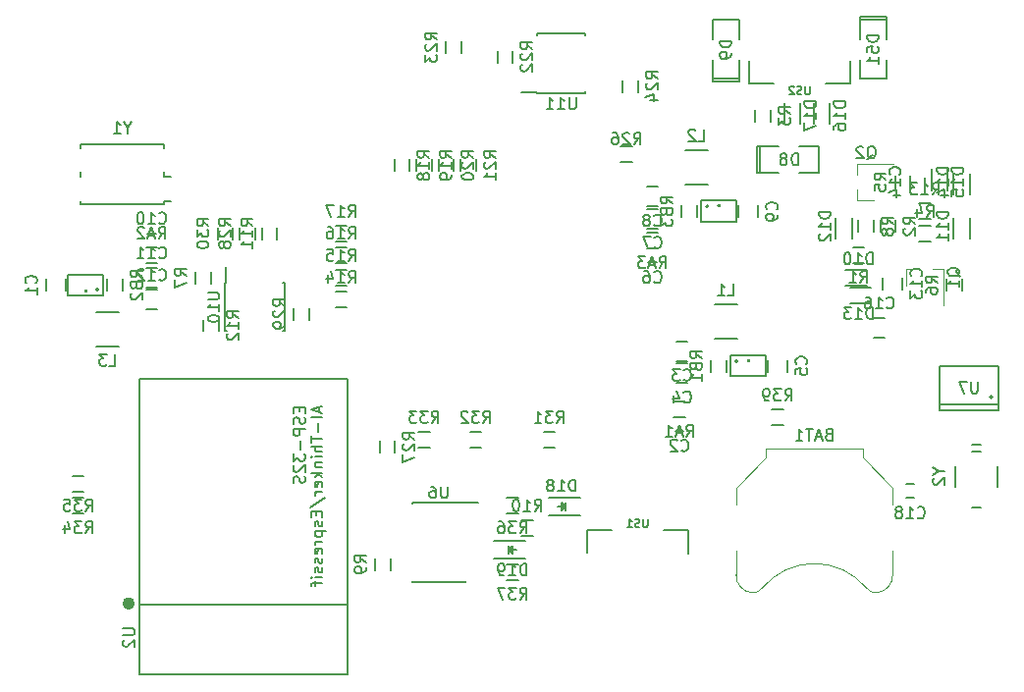
<source format=gbo>
G04 #@! TF.FileFunction,Legend,Bot*
%FSLAX46Y46*%
G04 Gerber Fmt 4.6, Leading zero omitted, Abs format (unit mm)*
G04 Created by KiCad (PCBNEW 4.0.5+dfsg1-4) date Tue May 16 14:48:21 2017*
%MOMM*%
%LPD*%
G01*
G04 APERTURE LIST*
%ADD10C,0.100000*%
%ADD11C,0.120000*%
%ADD12C,0.150000*%
%ADD13C,0.500000*%
%ADD14C,0.037500*%
G04 APERTURE END LIST*
D10*
D11*
X161075385Y-111454160D02*
G75*
G03X161990000Y-111070000I124615J984160D01*
G01*
X171904615Y-111454160D02*
G75*
G02X170990000Y-111070000I-124615J984160D01*
G01*
X161999339Y-111058671D02*
G75*
G02X170990000Y-111070000I4490661J-3711329D01*
G01*
X159740000Y-109920000D02*
G75*
G03X161190000Y-111470000I1500000J-50000D01*
G01*
X173240000Y-109920000D02*
G75*
G02X171790000Y-111470000I-1500000J-50000D01*
G01*
X159740000Y-107870000D02*
X159740000Y-109970000D01*
X173240000Y-107870000D02*
X173240000Y-109970000D01*
X173240000Y-103870000D02*
X173240000Y-102420000D01*
X173240000Y-102420000D02*
X170640000Y-99820000D01*
X170640000Y-99820000D02*
X170640000Y-99020000D01*
X170640000Y-99020000D02*
X162340000Y-99020000D01*
X162340000Y-99020000D02*
X162340000Y-99820000D01*
X162340000Y-99820000D02*
X159740000Y-102420000D01*
X159740000Y-102420000D02*
X159740000Y-103870000D01*
D12*
X170427000Y-62055000D02*
X170427000Y-61801000D01*
X170427000Y-61801000D02*
X172713000Y-61801000D01*
X172713000Y-61801000D02*
X172713000Y-62055000D01*
X170427000Y-62055000D02*
X172713000Y-62055000D01*
X172713000Y-62055000D02*
X172713000Y-63706000D01*
X170427000Y-65484000D02*
X170427000Y-67135000D01*
X170427000Y-67135000D02*
X172713000Y-67135000D01*
X172713000Y-67135000D02*
X172713000Y-65484000D01*
X170427000Y-63706000D02*
X170427000Y-62055000D01*
X157870000Y-89565000D02*
X159870000Y-89565000D01*
X159870000Y-86615000D02*
X157870000Y-86615000D01*
X159886803Y-91500000D02*
G75*
G03X159886803Y-91500000I-111803J0D01*
G01*
X159275000Y-92800000D02*
X162275000Y-92800000D01*
X162275000Y-92800000D02*
X162275000Y-91000000D01*
X162275000Y-91000000D02*
X159275000Y-91000000D01*
X159275000Y-91000000D02*
X159275000Y-92800000D01*
X155330000Y-76230000D02*
X157330000Y-76230000D01*
X157330000Y-73280000D02*
X155330000Y-73280000D01*
X157346803Y-78135000D02*
G75*
G03X157346803Y-78135000I-111803J0D01*
G01*
X156735000Y-79435000D02*
X159735000Y-79435000D01*
X159735000Y-79435000D02*
X159735000Y-77635000D01*
X159735000Y-77635000D02*
X156735000Y-77635000D01*
X156735000Y-77635000D02*
X156735000Y-79435000D01*
X106530000Y-87250000D02*
X104530000Y-87250000D01*
X104530000Y-90200000D02*
X106530000Y-90200000D01*
X104736803Y-85315000D02*
G75*
G03X104736803Y-85315000I-111803J0D01*
G01*
X105125000Y-84015000D02*
X102125000Y-84015000D01*
X102125000Y-84015000D02*
X102125000Y-85815000D01*
X102125000Y-85815000D02*
X105125000Y-85815000D01*
X105125000Y-85815000D02*
X105125000Y-84015000D01*
X100235000Y-85415000D02*
X100235000Y-84415000D01*
X101935000Y-84415000D02*
X101935000Y-85415000D01*
X155560000Y-91480000D02*
X154560000Y-91480000D01*
X154560000Y-89780000D02*
X155560000Y-89780000D01*
X155560000Y-93385000D02*
X154560000Y-93385000D01*
X154560000Y-91685000D02*
X155560000Y-91685000D01*
X164165000Y-91400000D02*
X164165000Y-92400000D01*
X162465000Y-92400000D02*
X162465000Y-91400000D01*
X153020000Y-80050000D02*
X152020000Y-80050000D01*
X152020000Y-78350000D02*
X153020000Y-78350000D01*
X153020000Y-78145000D02*
X152020000Y-78145000D01*
X152020000Y-76445000D02*
X153020000Y-76445000D01*
X161625000Y-78065000D02*
X161625000Y-79065000D01*
X159925000Y-79065000D02*
X159925000Y-78065000D01*
X108840000Y-83430000D02*
X109840000Y-83430000D01*
X109840000Y-85130000D02*
X108840000Y-85130000D01*
X108840000Y-85335000D02*
X109840000Y-85335000D01*
X109840000Y-87035000D02*
X108840000Y-87035000D01*
X161791000Y-75263000D02*
X161537000Y-75263000D01*
X161537000Y-75263000D02*
X161537000Y-72977000D01*
X161537000Y-72977000D02*
X161791000Y-72977000D01*
X161791000Y-75263000D02*
X161791000Y-72977000D01*
X161791000Y-72977000D02*
X163442000Y-72977000D01*
X165220000Y-75263000D02*
X166871000Y-75263000D01*
X166871000Y-75263000D02*
X166871000Y-72977000D01*
X166871000Y-72977000D02*
X165220000Y-72977000D01*
X163442000Y-75263000D02*
X161791000Y-75263000D01*
X160013000Y-67135000D02*
X160013000Y-67389000D01*
X160013000Y-67389000D02*
X157727000Y-67389000D01*
X157727000Y-67389000D02*
X157727000Y-67135000D01*
X160013000Y-67135000D02*
X157727000Y-67135000D01*
X157727000Y-67135000D02*
X157727000Y-65484000D01*
X160013000Y-63706000D02*
X160013000Y-62055000D01*
X160013000Y-62055000D02*
X157727000Y-62055000D01*
X157727000Y-62055000D02*
X157727000Y-63706000D01*
X160013000Y-65484000D02*
X160013000Y-67135000D01*
X181857000Y-94567000D02*
G75*
G03X181857000Y-94567000I-127000J0D01*
G01*
X182365000Y-95202000D02*
X177285000Y-95202000D01*
X182365000Y-91900000D02*
X177285000Y-91900000D01*
X182365000Y-95710000D02*
X177285000Y-95710000D01*
X182365000Y-95710000D02*
X182365000Y-91900000D01*
X177285000Y-95710000D02*
X177285000Y-91900000D01*
X174071000Y-84288000D02*
X174071000Y-85288000D01*
X172371000Y-85288000D02*
X172371000Y-84288000D01*
X169200000Y-83580000D02*
X171000000Y-83580000D01*
X169200000Y-84980000D02*
X171000000Y-84980000D01*
X178490000Y-80935000D02*
X178490000Y-79135000D01*
X179890000Y-80935000D02*
X179890000Y-79135000D01*
X177985000Y-74925000D02*
X177985000Y-76725000D01*
X176585000Y-74925000D02*
X176585000Y-76725000D01*
X168330000Y-80935000D02*
X168330000Y-79135000D01*
X169730000Y-80935000D02*
X169730000Y-79135000D01*
D11*
X174435000Y-83520000D02*
X175365000Y-83520000D01*
X177595000Y-83520000D02*
X176665000Y-83520000D01*
X177595000Y-83520000D02*
X177595000Y-86680000D01*
X174435000Y-83520000D02*
X174435000Y-84980000D01*
X170175000Y-77605000D02*
X170175000Y-76675000D01*
X170175000Y-74445000D02*
X170175000Y-75375000D01*
X170175000Y-74445000D02*
X173335000Y-74445000D01*
X170175000Y-77605000D02*
X171635000Y-77605000D01*
D12*
X154510000Y-97510000D02*
X155210000Y-97510000D01*
X155210000Y-96310000D02*
X154510000Y-96310000D01*
X152170000Y-82975000D02*
X152870000Y-82975000D01*
X152870000Y-81775000D02*
X152170000Y-81775000D01*
X109690000Y-80505000D02*
X108990000Y-80505000D01*
X108990000Y-81705000D02*
X109690000Y-81705000D01*
X174780000Y-75675000D02*
X174780000Y-76375000D01*
X175980000Y-76375000D02*
X175980000Y-75675000D01*
X170800000Y-81700000D02*
X169800000Y-81700000D01*
X169800000Y-83050000D02*
X170800000Y-83050000D01*
X172165000Y-79335000D02*
X172165000Y-80335000D01*
X173515000Y-80335000D02*
X173515000Y-79335000D01*
X175515000Y-81145000D02*
X176515000Y-81145000D01*
X176515000Y-79795000D02*
X175515000Y-79795000D01*
X174785000Y-76525000D02*
X174785000Y-75525000D01*
X173435000Y-75525000D02*
X173435000Y-76525000D01*
X179230000Y-85415000D02*
X179230000Y-84415000D01*
X177880000Y-84415000D02*
X177880000Y-85415000D01*
X114460000Y-84780000D02*
X114460000Y-83780000D01*
X113110000Y-83780000D02*
X113110000Y-84780000D01*
X170260000Y-79335000D02*
X170260000Y-80335000D01*
X171610000Y-80335000D02*
X171610000Y-79335000D01*
X129955000Y-109500000D02*
X129955000Y-108500000D01*
X128605000Y-108500000D02*
X128605000Y-109500000D01*
X141225000Y-106545000D02*
X142225000Y-106545000D01*
X142225000Y-105195000D02*
X141225000Y-105195000D01*
X175515000Y-79240000D02*
X176515000Y-79240000D01*
X176515000Y-77890000D02*
X175515000Y-77890000D01*
X155360000Y-94965000D02*
X154360000Y-94965000D01*
X154360000Y-96315000D02*
X155360000Y-96315000D01*
X108840000Y-83050000D02*
X109840000Y-83050000D01*
X109840000Y-81700000D02*
X108840000Y-81700000D01*
X153020000Y-80430000D02*
X152020000Y-80430000D01*
X152020000Y-81780000D02*
X153020000Y-81780000D01*
X158910000Y-92400000D02*
X158910000Y-91400000D01*
X157560000Y-91400000D02*
X157560000Y-92400000D01*
X105490000Y-84415000D02*
X105490000Y-85415000D01*
X106840000Y-85415000D02*
X106840000Y-84415000D01*
X156370000Y-79065000D02*
X156370000Y-78065000D01*
X155020000Y-78065000D02*
X155020000Y-79065000D01*
X125182000Y-86860000D02*
X126182000Y-86860000D01*
X126182000Y-85510000D02*
X125182000Y-85510000D01*
X125182000Y-84954000D02*
X126182000Y-84954000D01*
X126182000Y-83604000D02*
X125182000Y-83604000D01*
X125182000Y-83050000D02*
X126182000Y-83050000D01*
X126182000Y-81700000D02*
X125182000Y-81700000D01*
X125182000Y-81145000D02*
X126182000Y-81145000D01*
X126182000Y-79795000D02*
X125182000Y-79795000D01*
X130255000Y-74087000D02*
X130255000Y-75087000D01*
X131605000Y-75087000D02*
X131605000Y-74087000D01*
X132160000Y-74087000D02*
X132160000Y-75087000D01*
X133510000Y-75087000D02*
X133510000Y-74087000D01*
X134065000Y-74087000D02*
X134065000Y-75087000D01*
X135415000Y-75087000D02*
X135415000Y-74087000D01*
X135970000Y-74087000D02*
X135970000Y-75087000D01*
X137320000Y-75087000D02*
X137320000Y-74087000D01*
X115655000Y-84745000D02*
X115705000Y-84745000D01*
X115655000Y-88895000D02*
X115800000Y-88895000D01*
X120805000Y-88895000D02*
X120660000Y-88895000D01*
X120805000Y-84745000D02*
X120660000Y-84745000D01*
X115655000Y-84745000D02*
X115655000Y-88895000D01*
X120805000Y-84745000D02*
X120805000Y-88895000D01*
X115705000Y-84745000D02*
X115705000Y-83345000D01*
X174395000Y-103295000D02*
X175095000Y-103295000D01*
X175095000Y-102095000D02*
X174395000Y-102095000D01*
X142605000Y-68375000D02*
X142605000Y-68325000D01*
X146755000Y-68375000D02*
X146755000Y-68230000D01*
X146755000Y-63225000D02*
X146755000Y-63370000D01*
X142605000Y-63225000D02*
X142605000Y-63370000D01*
X142605000Y-68375000D02*
X146755000Y-68375000D01*
X142605000Y-63225000D02*
X146755000Y-63225000D01*
X142605000Y-68325000D02*
X141205000Y-68325000D01*
X171400000Y-86504000D02*
X169600000Y-86504000D01*
X171400000Y-85104000D02*
X169600000Y-85104000D01*
X178490000Y-77125000D02*
X178490000Y-75325000D01*
X179890000Y-77125000D02*
X179890000Y-75325000D01*
D13*
X107638415Y-112384338D02*
G75*
G03X107638415Y-112384338I-283981J0D01*
G01*
D12*
X126260434Y-112530338D02*
X108260434Y-112530338D01*
X108260434Y-118530338D02*
X108260434Y-93030338D01*
X126260434Y-118530338D02*
X126260434Y-93030338D01*
X126260434Y-93030338D02*
X108260434Y-93030338D01*
X126260434Y-118530338D02*
X108260434Y-118530338D01*
X167825000Y-69210000D02*
X167825000Y-71010000D01*
X166425000Y-69210000D02*
X166425000Y-71010000D01*
X165285000Y-69210000D02*
X165285000Y-71010000D01*
X163885000Y-69210000D02*
X163885000Y-71010000D01*
X161370000Y-69810000D02*
X161370000Y-70810000D01*
X162720000Y-70810000D02*
X162720000Y-69810000D01*
X139145000Y-64730000D02*
X139145000Y-65730000D01*
X140495000Y-65730000D02*
X140495000Y-64730000D01*
X136050000Y-64900000D02*
X136050000Y-63900000D01*
X134700000Y-63900000D02*
X134700000Y-64900000D01*
X149940000Y-67270000D02*
X149940000Y-68270000D01*
X151290000Y-68270000D02*
X151290000Y-67270000D01*
X149780000Y-74275000D02*
X150780000Y-74275000D01*
X150780000Y-72925000D02*
X149780000Y-72925000D01*
X131780000Y-103690000D02*
X131780000Y-103790000D01*
X131780000Y-110515000D02*
X131780000Y-110490000D01*
X136430000Y-110515000D02*
X136430000Y-110490000D01*
X137505000Y-103690000D02*
X131780000Y-103690000D01*
X136430000Y-110515000D02*
X131780000Y-110515000D01*
X120175000Y-80970000D02*
X120175000Y-79970000D01*
X118825000Y-79970000D02*
X118825000Y-80970000D01*
X113805000Y-87900000D02*
X113805000Y-88900000D01*
X115155000Y-88900000D02*
X115155000Y-87900000D01*
X128985000Y-98385000D02*
X128985000Y-99385000D01*
X130335000Y-99385000D02*
X130335000Y-98385000D01*
X118270000Y-80970000D02*
X118270000Y-79970000D01*
X116920000Y-79970000D02*
X116920000Y-80970000D01*
X122955000Y-87900000D02*
X122955000Y-86900000D01*
X121605000Y-86900000D02*
X121605000Y-87900000D01*
X116365000Y-80970000D02*
X116365000Y-79970000D01*
X115015000Y-79970000D02*
X115015000Y-80970000D01*
X143130000Y-98925000D02*
X144130000Y-98925000D01*
X144130000Y-97575000D02*
X143130000Y-97575000D01*
X136780000Y-98925000D02*
X137780000Y-98925000D01*
X137780000Y-97575000D02*
X136780000Y-97575000D01*
X132335000Y-98925000D02*
X133335000Y-98925000D01*
X133335000Y-97575000D02*
X132335000Y-97575000D01*
X103490000Y-103290000D02*
X102490000Y-103290000D01*
X102490000Y-104640000D02*
X103490000Y-104640000D01*
X180079000Y-99266000D02*
X180841000Y-99266000D01*
X182260000Y-100525000D02*
X182260000Y-102325000D01*
X180860000Y-104125000D02*
X180060000Y-104125000D01*
X178660000Y-102325000D02*
X178660000Y-100525000D01*
X180060000Y-98725000D02*
X180860000Y-98725000D01*
X110400000Y-77690000D02*
X110950000Y-77690000D01*
X103200000Y-77990000D02*
X103200000Y-77690000D01*
X103200000Y-72790000D02*
X103200000Y-73090000D01*
X110400000Y-72790000D02*
X110400000Y-73090000D01*
X110400000Y-77990000D02*
X110400000Y-77690000D01*
X110400000Y-77990000D02*
X103200000Y-77990000D01*
X110400000Y-75590000D02*
X110950000Y-75590000D01*
X110400000Y-72790000D02*
X103200000Y-72790000D01*
X103200000Y-75590000D02*
X103200000Y-75190000D01*
X110400000Y-75590000D02*
X110400000Y-75190000D01*
X103490000Y-101385000D02*
X102490000Y-101385000D01*
X102490000Y-102735000D02*
X103490000Y-102735000D01*
X146280000Y-104750000D02*
X143580000Y-104750000D01*
X146280000Y-103250000D02*
X143580000Y-103250000D01*
X144780000Y-104150000D02*
X144780000Y-103900000D01*
X144780000Y-103900000D02*
X144930000Y-104050000D01*
X145030000Y-103650000D02*
X145030000Y-104350000D01*
X144680000Y-104000000D02*
X144330000Y-104000000D01*
X145030000Y-104000000D02*
X144680000Y-103650000D01*
X144680000Y-103650000D02*
X144680000Y-104350000D01*
X144680000Y-104350000D02*
X145030000Y-104000000D01*
X138855000Y-107025000D02*
X141555000Y-107025000D01*
X138855000Y-108525000D02*
X141555000Y-108525000D01*
X140355000Y-107625000D02*
X140355000Y-107875000D01*
X140355000Y-107875000D02*
X140205000Y-107725000D01*
X140105000Y-108125000D02*
X140105000Y-107425000D01*
X140455000Y-107775000D02*
X140805000Y-107775000D01*
X140105000Y-107775000D02*
X140455000Y-108125000D01*
X140455000Y-108125000D02*
X140455000Y-107425000D01*
X140455000Y-107425000D02*
X140105000Y-107775000D01*
X140955000Y-103290000D02*
X139955000Y-103290000D01*
X139955000Y-104640000D02*
X140955000Y-104640000D01*
X140955000Y-109005000D02*
X139955000Y-109005000D01*
X139955000Y-110355000D02*
X140955000Y-110355000D01*
X155650000Y-108080000D02*
X155650000Y-106080000D01*
X155650000Y-106080000D02*
X153500000Y-106080000D01*
X149000000Y-106080000D02*
X146850000Y-106080000D01*
X146850000Y-106080000D02*
X146850000Y-108030000D01*
X160820000Y-65560000D02*
X160820000Y-67560000D01*
X160820000Y-67560000D02*
X162970000Y-67560000D01*
X167470000Y-67560000D02*
X169620000Y-67560000D01*
X169620000Y-67560000D02*
X169620000Y-65610000D01*
X171580000Y-87750000D02*
X172580000Y-87750000D01*
X172580000Y-89450000D02*
X171580000Y-89450000D01*
X162815000Y-97020000D02*
X163815000Y-97020000D01*
X163815000Y-95670000D02*
X162815000Y-95670000D01*
X167704285Y-97798571D02*
X167561428Y-97846190D01*
X167513809Y-97893810D01*
X167466190Y-97989048D01*
X167466190Y-98131905D01*
X167513809Y-98227143D01*
X167561428Y-98274762D01*
X167656666Y-98322381D01*
X168037619Y-98322381D01*
X168037619Y-97322381D01*
X167704285Y-97322381D01*
X167609047Y-97370000D01*
X167561428Y-97417619D01*
X167513809Y-97512857D01*
X167513809Y-97608095D01*
X167561428Y-97703333D01*
X167609047Y-97750952D01*
X167704285Y-97798571D01*
X168037619Y-97798571D01*
X167085238Y-98036667D02*
X166609047Y-98036667D01*
X167180476Y-98322381D02*
X166847143Y-97322381D01*
X166513809Y-98322381D01*
X166323333Y-97322381D02*
X165751904Y-97322381D01*
X166037619Y-98322381D02*
X166037619Y-97322381D01*
X164894761Y-98322381D02*
X165466190Y-98322381D01*
X165180476Y-98322381D02*
X165180476Y-97322381D01*
X165275714Y-97465238D01*
X165370952Y-97560476D01*
X165466190Y-97608095D01*
X172022381Y-63380714D02*
X171022381Y-63380714D01*
X171022381Y-63618809D01*
X171070000Y-63761667D01*
X171165238Y-63856905D01*
X171260476Y-63904524D01*
X171450952Y-63952143D01*
X171593810Y-63952143D01*
X171784286Y-63904524D01*
X171879524Y-63856905D01*
X171974762Y-63761667D01*
X172022381Y-63618809D01*
X172022381Y-63380714D01*
X171022381Y-64856905D02*
X171022381Y-64380714D01*
X171498571Y-64333095D01*
X171450952Y-64380714D01*
X171403333Y-64475952D01*
X171403333Y-64714048D01*
X171450952Y-64809286D01*
X171498571Y-64856905D01*
X171593810Y-64904524D01*
X171831905Y-64904524D01*
X171927143Y-64856905D01*
X171974762Y-64809286D01*
X172022381Y-64714048D01*
X172022381Y-64475952D01*
X171974762Y-64380714D01*
X171927143Y-64333095D01*
X172022381Y-65856905D02*
X172022381Y-65285476D01*
X172022381Y-65571190D02*
X171022381Y-65571190D01*
X171165238Y-65475952D01*
X171260476Y-65380714D01*
X171308095Y-65285476D01*
X159036666Y-85842381D02*
X159512857Y-85842381D01*
X159512857Y-84842381D01*
X158179523Y-85842381D02*
X158750952Y-85842381D01*
X158465238Y-85842381D02*
X158465238Y-84842381D01*
X158560476Y-84985238D01*
X158655714Y-85080476D01*
X158750952Y-85128095D01*
D14*
X160889286Y-91317857D02*
X160889286Y-91439286D01*
X160882143Y-91453571D01*
X160875000Y-91460714D01*
X160860714Y-91467857D01*
X160832143Y-91467857D01*
X160817857Y-91460714D01*
X160810714Y-91453571D01*
X160803571Y-91439286D01*
X160803571Y-91317857D01*
X160746428Y-91317857D02*
X160653571Y-91317857D01*
X160703571Y-91375000D01*
X160682143Y-91375000D01*
X160667857Y-91382143D01*
X160660714Y-91389286D01*
X160653571Y-91403571D01*
X160653571Y-91439286D01*
X160660714Y-91453571D01*
X160667857Y-91460714D01*
X160682143Y-91467857D01*
X160725000Y-91467857D01*
X160739286Y-91460714D01*
X160746428Y-91453571D01*
D12*
X156496666Y-72507381D02*
X156972857Y-72507381D01*
X156972857Y-71507381D01*
X156210952Y-71602619D02*
X156163333Y-71555000D01*
X156068095Y-71507381D01*
X155829999Y-71507381D01*
X155734761Y-71555000D01*
X155687142Y-71602619D01*
X155639523Y-71697857D01*
X155639523Y-71793095D01*
X155687142Y-71935952D01*
X156258571Y-72507381D01*
X155639523Y-72507381D01*
D14*
X158349286Y-77952857D02*
X158349286Y-78074286D01*
X158342143Y-78088571D01*
X158335000Y-78095714D01*
X158320714Y-78102857D01*
X158292143Y-78102857D01*
X158277857Y-78095714D01*
X158270714Y-78088571D01*
X158263571Y-78074286D01*
X158263571Y-77952857D01*
X158127857Y-78002857D02*
X158127857Y-78102857D01*
X158163571Y-77945714D02*
X158199286Y-78052857D01*
X158106428Y-78052857D01*
D12*
X105696666Y-91877381D02*
X106172857Y-91877381D01*
X106172857Y-90877381D01*
X105458571Y-90877381D02*
X104839523Y-90877381D01*
X105172857Y-91258333D01*
X105029999Y-91258333D01*
X104934761Y-91305952D01*
X104887142Y-91353571D01*
X104839523Y-91448810D01*
X104839523Y-91686905D01*
X104887142Y-91782143D01*
X104934761Y-91829762D01*
X105029999Y-91877381D01*
X105315714Y-91877381D01*
X105410952Y-91829762D01*
X105458571Y-91782143D01*
D14*
X103739286Y-85332857D02*
X103739286Y-85454286D01*
X103732143Y-85468571D01*
X103725000Y-85475714D01*
X103710714Y-85482857D01*
X103682143Y-85482857D01*
X103667857Y-85475714D01*
X103660714Y-85468571D01*
X103653571Y-85454286D01*
X103653571Y-85332857D01*
X103510714Y-85332857D02*
X103582143Y-85332857D01*
X103589286Y-85404286D01*
X103582143Y-85397143D01*
X103567857Y-85390000D01*
X103532143Y-85390000D01*
X103517857Y-85397143D01*
X103510714Y-85404286D01*
X103503571Y-85418571D01*
X103503571Y-85454286D01*
X103510714Y-85468571D01*
X103517857Y-85475714D01*
X103532143Y-85482857D01*
X103567857Y-85482857D01*
X103582143Y-85475714D01*
X103589286Y-85468571D01*
D12*
X99342143Y-84748334D02*
X99389762Y-84700715D01*
X99437381Y-84557858D01*
X99437381Y-84462620D01*
X99389762Y-84319762D01*
X99294524Y-84224524D01*
X99199286Y-84176905D01*
X99008810Y-84129286D01*
X98865952Y-84129286D01*
X98675476Y-84176905D01*
X98580238Y-84224524D01*
X98485000Y-84319762D01*
X98437381Y-84462620D01*
X98437381Y-84557858D01*
X98485000Y-84700715D01*
X98532619Y-84748334D01*
X99437381Y-85700715D02*
X99437381Y-85129286D01*
X99437381Y-85415000D02*
X98437381Y-85415000D01*
X98580238Y-85319762D01*
X98675476Y-85224524D01*
X98723095Y-85129286D01*
X155226666Y-93087143D02*
X155274285Y-93134762D01*
X155417142Y-93182381D01*
X155512380Y-93182381D01*
X155655238Y-93134762D01*
X155750476Y-93039524D01*
X155798095Y-92944286D01*
X155845714Y-92753810D01*
X155845714Y-92610952D01*
X155798095Y-92420476D01*
X155750476Y-92325238D01*
X155655238Y-92230000D01*
X155512380Y-92182381D01*
X155417142Y-92182381D01*
X155274285Y-92230000D01*
X155226666Y-92277619D01*
X154893333Y-92182381D02*
X154274285Y-92182381D01*
X154607619Y-92563333D01*
X154464761Y-92563333D01*
X154369523Y-92610952D01*
X154321904Y-92658571D01*
X154274285Y-92753810D01*
X154274285Y-92991905D01*
X154321904Y-93087143D01*
X154369523Y-93134762D01*
X154464761Y-93182381D01*
X154750476Y-93182381D01*
X154845714Y-93134762D01*
X154893333Y-93087143D01*
X155226666Y-94992143D02*
X155274285Y-95039762D01*
X155417142Y-95087381D01*
X155512380Y-95087381D01*
X155655238Y-95039762D01*
X155750476Y-94944524D01*
X155798095Y-94849286D01*
X155845714Y-94658810D01*
X155845714Y-94515952D01*
X155798095Y-94325476D01*
X155750476Y-94230238D01*
X155655238Y-94135000D01*
X155512380Y-94087381D01*
X155417142Y-94087381D01*
X155274285Y-94135000D01*
X155226666Y-94182619D01*
X154369523Y-94420714D02*
X154369523Y-95087381D01*
X154607619Y-94039762D02*
X154845714Y-94754048D01*
X154226666Y-94754048D01*
X165772143Y-91733334D02*
X165819762Y-91685715D01*
X165867381Y-91542858D01*
X165867381Y-91447620D01*
X165819762Y-91304762D01*
X165724524Y-91209524D01*
X165629286Y-91161905D01*
X165438810Y-91114286D01*
X165295952Y-91114286D01*
X165105476Y-91161905D01*
X165010238Y-91209524D01*
X164915000Y-91304762D01*
X164867381Y-91447620D01*
X164867381Y-91542858D01*
X164915000Y-91685715D01*
X164962619Y-91733334D01*
X164867381Y-92638096D02*
X164867381Y-92161905D01*
X165343571Y-92114286D01*
X165295952Y-92161905D01*
X165248333Y-92257143D01*
X165248333Y-92495239D01*
X165295952Y-92590477D01*
X165343571Y-92638096D01*
X165438810Y-92685715D01*
X165676905Y-92685715D01*
X165772143Y-92638096D01*
X165819762Y-92590477D01*
X165867381Y-92495239D01*
X165867381Y-92257143D01*
X165819762Y-92161905D01*
X165772143Y-92114286D01*
X152686666Y-81657143D02*
X152734285Y-81704762D01*
X152877142Y-81752381D01*
X152972380Y-81752381D01*
X153115238Y-81704762D01*
X153210476Y-81609524D01*
X153258095Y-81514286D01*
X153305714Y-81323810D01*
X153305714Y-81180952D01*
X153258095Y-80990476D01*
X153210476Y-80895238D01*
X153115238Y-80800000D01*
X152972380Y-80752381D01*
X152877142Y-80752381D01*
X152734285Y-80800000D01*
X152686666Y-80847619D01*
X152353333Y-80752381D02*
X151686666Y-80752381D01*
X152115238Y-81752381D01*
X152686666Y-79752143D02*
X152734285Y-79799762D01*
X152877142Y-79847381D01*
X152972380Y-79847381D01*
X153115238Y-79799762D01*
X153210476Y-79704524D01*
X153258095Y-79609286D01*
X153305714Y-79418810D01*
X153305714Y-79275952D01*
X153258095Y-79085476D01*
X153210476Y-78990238D01*
X153115238Y-78895000D01*
X152972380Y-78847381D01*
X152877142Y-78847381D01*
X152734285Y-78895000D01*
X152686666Y-78942619D01*
X152115238Y-79275952D02*
X152210476Y-79228333D01*
X152258095Y-79180714D01*
X152305714Y-79085476D01*
X152305714Y-79037857D01*
X152258095Y-78942619D01*
X152210476Y-78895000D01*
X152115238Y-78847381D01*
X151924761Y-78847381D01*
X151829523Y-78895000D01*
X151781904Y-78942619D01*
X151734285Y-79037857D01*
X151734285Y-79085476D01*
X151781904Y-79180714D01*
X151829523Y-79228333D01*
X151924761Y-79275952D01*
X152115238Y-79275952D01*
X152210476Y-79323571D01*
X152258095Y-79371190D01*
X152305714Y-79466429D01*
X152305714Y-79656905D01*
X152258095Y-79752143D01*
X152210476Y-79799762D01*
X152115238Y-79847381D01*
X151924761Y-79847381D01*
X151829523Y-79799762D01*
X151781904Y-79752143D01*
X151734285Y-79656905D01*
X151734285Y-79466429D01*
X151781904Y-79371190D01*
X151829523Y-79323571D01*
X151924761Y-79275952D01*
X163232143Y-78398334D02*
X163279762Y-78350715D01*
X163327381Y-78207858D01*
X163327381Y-78112620D01*
X163279762Y-77969762D01*
X163184524Y-77874524D01*
X163089286Y-77826905D01*
X162898810Y-77779286D01*
X162755952Y-77779286D01*
X162565476Y-77826905D01*
X162470238Y-77874524D01*
X162375000Y-77969762D01*
X162327381Y-78112620D01*
X162327381Y-78207858D01*
X162375000Y-78350715D01*
X162422619Y-78398334D01*
X163327381Y-78874524D02*
X163327381Y-79065000D01*
X163279762Y-79160239D01*
X163232143Y-79207858D01*
X163089286Y-79303096D01*
X162898810Y-79350715D01*
X162517857Y-79350715D01*
X162422619Y-79303096D01*
X162375000Y-79255477D01*
X162327381Y-79160239D01*
X162327381Y-78969762D01*
X162375000Y-78874524D01*
X162422619Y-78826905D01*
X162517857Y-78779286D01*
X162755952Y-78779286D01*
X162851190Y-78826905D01*
X162898810Y-78874524D01*
X162946429Y-78969762D01*
X162946429Y-79160239D01*
X162898810Y-79255477D01*
X162851190Y-79303096D01*
X162755952Y-79350715D01*
X109982857Y-82537143D02*
X110030476Y-82584762D01*
X110173333Y-82632381D01*
X110268571Y-82632381D01*
X110411429Y-82584762D01*
X110506667Y-82489524D01*
X110554286Y-82394286D01*
X110601905Y-82203810D01*
X110601905Y-82060952D01*
X110554286Y-81870476D01*
X110506667Y-81775238D01*
X110411429Y-81680000D01*
X110268571Y-81632381D01*
X110173333Y-81632381D01*
X110030476Y-81680000D01*
X109982857Y-81727619D01*
X109030476Y-82632381D02*
X109601905Y-82632381D01*
X109316191Y-82632381D02*
X109316191Y-81632381D01*
X109411429Y-81775238D01*
X109506667Y-81870476D01*
X109601905Y-81918095D01*
X108078095Y-82632381D02*
X108649524Y-82632381D01*
X108363810Y-82632381D02*
X108363810Y-81632381D01*
X108459048Y-81775238D01*
X108554286Y-81870476D01*
X108649524Y-81918095D01*
X109982857Y-84442143D02*
X110030476Y-84489762D01*
X110173333Y-84537381D01*
X110268571Y-84537381D01*
X110411429Y-84489762D01*
X110506667Y-84394524D01*
X110554286Y-84299286D01*
X110601905Y-84108810D01*
X110601905Y-83965952D01*
X110554286Y-83775476D01*
X110506667Y-83680238D01*
X110411429Y-83585000D01*
X110268571Y-83537381D01*
X110173333Y-83537381D01*
X110030476Y-83585000D01*
X109982857Y-83632619D01*
X109030476Y-84537381D02*
X109601905Y-84537381D01*
X109316191Y-84537381D02*
X109316191Y-83537381D01*
X109411429Y-83680238D01*
X109506667Y-83775476D01*
X109601905Y-83823095D01*
X108649524Y-83632619D02*
X108601905Y-83585000D01*
X108506667Y-83537381D01*
X108268571Y-83537381D01*
X108173333Y-83585000D01*
X108125714Y-83632619D01*
X108078095Y-83727857D01*
X108078095Y-83823095D01*
X108125714Y-83965952D01*
X108697143Y-84537381D01*
X108078095Y-84537381D01*
X165069095Y-74572381D02*
X165069095Y-73572381D01*
X164831000Y-73572381D01*
X164688142Y-73620000D01*
X164592904Y-73715238D01*
X164545285Y-73810476D01*
X164497666Y-74000952D01*
X164497666Y-74143810D01*
X164545285Y-74334286D01*
X164592904Y-74429524D01*
X164688142Y-74524762D01*
X164831000Y-74572381D01*
X165069095Y-74572381D01*
X163926238Y-74000952D02*
X164021476Y-73953333D01*
X164069095Y-73905714D01*
X164116714Y-73810476D01*
X164116714Y-73762857D01*
X164069095Y-73667619D01*
X164021476Y-73620000D01*
X163926238Y-73572381D01*
X163735761Y-73572381D01*
X163640523Y-73620000D01*
X163592904Y-73667619D01*
X163545285Y-73762857D01*
X163545285Y-73810476D01*
X163592904Y-73905714D01*
X163640523Y-73953333D01*
X163735761Y-74000952D01*
X163926238Y-74000952D01*
X164021476Y-74048571D01*
X164069095Y-74096190D01*
X164116714Y-74191429D01*
X164116714Y-74381905D01*
X164069095Y-74477143D01*
X164021476Y-74524762D01*
X163926238Y-74572381D01*
X163735761Y-74572381D01*
X163640523Y-74524762D01*
X163592904Y-74477143D01*
X163545285Y-74381905D01*
X163545285Y-74191429D01*
X163592904Y-74096190D01*
X163640523Y-74048571D01*
X163735761Y-74000952D01*
X159322381Y-63856905D02*
X158322381Y-63856905D01*
X158322381Y-64095000D01*
X158370000Y-64237858D01*
X158465238Y-64333096D01*
X158560476Y-64380715D01*
X158750952Y-64428334D01*
X158893810Y-64428334D01*
X159084286Y-64380715D01*
X159179524Y-64333096D01*
X159274762Y-64237858D01*
X159322381Y-64095000D01*
X159322381Y-63856905D01*
X159322381Y-64904524D02*
X159322381Y-65095000D01*
X159274762Y-65190239D01*
X159227143Y-65237858D01*
X159084286Y-65333096D01*
X158893810Y-65380715D01*
X158512857Y-65380715D01*
X158417619Y-65333096D01*
X158370000Y-65285477D01*
X158322381Y-65190239D01*
X158322381Y-64999762D01*
X158370000Y-64904524D01*
X158417619Y-64856905D01*
X158512857Y-64809286D01*
X158750952Y-64809286D01*
X158846190Y-64856905D01*
X158893810Y-64904524D01*
X158941429Y-64999762D01*
X158941429Y-65190239D01*
X158893810Y-65285477D01*
X158846190Y-65333096D01*
X158750952Y-65380715D01*
X180586905Y-93257381D02*
X180586905Y-94066905D01*
X180539286Y-94162143D01*
X180491667Y-94209762D01*
X180396429Y-94257381D01*
X180205952Y-94257381D01*
X180110714Y-94209762D01*
X180063095Y-94162143D01*
X180015476Y-94066905D01*
X180015476Y-93257381D01*
X179634524Y-93257381D02*
X178967857Y-93257381D01*
X179396429Y-94257381D01*
X175678143Y-84145143D02*
X175725762Y-84097524D01*
X175773381Y-83954667D01*
X175773381Y-83859429D01*
X175725762Y-83716571D01*
X175630524Y-83621333D01*
X175535286Y-83573714D01*
X175344810Y-83526095D01*
X175201952Y-83526095D01*
X175011476Y-83573714D01*
X174916238Y-83621333D01*
X174821000Y-83716571D01*
X174773381Y-83859429D01*
X174773381Y-83954667D01*
X174821000Y-84097524D01*
X174868619Y-84145143D01*
X175773381Y-85097524D02*
X175773381Y-84526095D01*
X175773381Y-84811809D02*
X174773381Y-84811809D01*
X174916238Y-84716571D01*
X175011476Y-84621333D01*
X175059095Y-84526095D01*
X174773381Y-85430857D02*
X174773381Y-86049905D01*
X175154333Y-85716571D01*
X175154333Y-85859429D01*
X175201952Y-85954667D01*
X175249571Y-86002286D01*
X175344810Y-86049905D01*
X175582905Y-86049905D01*
X175678143Y-86002286D01*
X175725762Y-85954667D01*
X175773381Y-85859429D01*
X175773381Y-85573714D01*
X175725762Y-85478476D01*
X175678143Y-85430857D01*
X171514286Y-83132381D02*
X171514286Y-82132381D01*
X171276191Y-82132381D01*
X171133333Y-82180000D01*
X171038095Y-82275238D01*
X170990476Y-82370476D01*
X170942857Y-82560952D01*
X170942857Y-82703810D01*
X170990476Y-82894286D01*
X171038095Y-82989524D01*
X171133333Y-83084762D01*
X171276191Y-83132381D01*
X171514286Y-83132381D01*
X169990476Y-83132381D02*
X170561905Y-83132381D01*
X170276191Y-83132381D02*
X170276191Y-82132381D01*
X170371429Y-82275238D01*
X170466667Y-82370476D01*
X170561905Y-82418095D01*
X169371429Y-82132381D02*
X169276190Y-82132381D01*
X169180952Y-82180000D01*
X169133333Y-82227619D01*
X169085714Y-82322857D01*
X169038095Y-82513333D01*
X169038095Y-82751429D01*
X169085714Y-82941905D01*
X169133333Y-83037143D01*
X169180952Y-83084762D01*
X169276190Y-83132381D01*
X169371429Y-83132381D01*
X169466667Y-83084762D01*
X169514286Y-83037143D01*
X169561905Y-82941905D01*
X169609524Y-82751429D01*
X169609524Y-82513333D01*
X169561905Y-82322857D01*
X169514286Y-82227619D01*
X169466667Y-82180000D01*
X169371429Y-82132381D01*
X178042381Y-78620714D02*
X177042381Y-78620714D01*
X177042381Y-78858809D01*
X177090000Y-79001667D01*
X177185238Y-79096905D01*
X177280476Y-79144524D01*
X177470952Y-79192143D01*
X177613810Y-79192143D01*
X177804286Y-79144524D01*
X177899524Y-79096905D01*
X177994762Y-79001667D01*
X178042381Y-78858809D01*
X178042381Y-78620714D01*
X178042381Y-80144524D02*
X178042381Y-79573095D01*
X178042381Y-79858809D02*
X177042381Y-79858809D01*
X177185238Y-79763571D01*
X177280476Y-79668333D01*
X177328095Y-79573095D01*
X178042381Y-81096905D02*
X178042381Y-80525476D01*
X178042381Y-80811190D02*
X177042381Y-80811190D01*
X177185238Y-80715952D01*
X177280476Y-80620714D01*
X177328095Y-80525476D01*
X179337381Y-74810714D02*
X178337381Y-74810714D01*
X178337381Y-75048809D01*
X178385000Y-75191667D01*
X178480238Y-75286905D01*
X178575476Y-75334524D01*
X178765952Y-75382143D01*
X178908810Y-75382143D01*
X179099286Y-75334524D01*
X179194524Y-75286905D01*
X179289762Y-75191667D01*
X179337381Y-75048809D01*
X179337381Y-74810714D01*
X179337381Y-76334524D02*
X179337381Y-75763095D01*
X179337381Y-76048809D02*
X178337381Y-76048809D01*
X178480238Y-75953571D01*
X178575476Y-75858333D01*
X178623095Y-75763095D01*
X178337381Y-77239286D02*
X178337381Y-76763095D01*
X178813571Y-76715476D01*
X178765952Y-76763095D01*
X178718333Y-76858333D01*
X178718333Y-77096429D01*
X178765952Y-77191667D01*
X178813571Y-77239286D01*
X178908810Y-77286905D01*
X179146905Y-77286905D01*
X179242143Y-77239286D01*
X179289762Y-77191667D01*
X179337381Y-77096429D01*
X179337381Y-76858333D01*
X179289762Y-76763095D01*
X179242143Y-76715476D01*
X167882381Y-78620714D02*
X166882381Y-78620714D01*
X166882381Y-78858809D01*
X166930000Y-79001667D01*
X167025238Y-79096905D01*
X167120476Y-79144524D01*
X167310952Y-79192143D01*
X167453810Y-79192143D01*
X167644286Y-79144524D01*
X167739524Y-79096905D01*
X167834762Y-79001667D01*
X167882381Y-78858809D01*
X167882381Y-78620714D01*
X167882381Y-80144524D02*
X167882381Y-79573095D01*
X167882381Y-79858809D02*
X166882381Y-79858809D01*
X167025238Y-79763571D01*
X167120476Y-79668333D01*
X167168095Y-79573095D01*
X166977619Y-80525476D02*
X166930000Y-80573095D01*
X166882381Y-80668333D01*
X166882381Y-80906429D01*
X166930000Y-81001667D01*
X166977619Y-81049286D01*
X167072857Y-81096905D01*
X167168095Y-81096905D01*
X167310952Y-81049286D01*
X167882381Y-80477857D01*
X167882381Y-81096905D01*
X179062619Y-84184762D02*
X179015000Y-84089524D01*
X178919762Y-83994286D01*
X178776905Y-83851429D01*
X178729286Y-83756190D01*
X178729286Y-83660952D01*
X178967381Y-83708571D02*
X178919762Y-83613333D01*
X178824524Y-83518095D01*
X178634048Y-83470476D01*
X178300714Y-83470476D01*
X178110238Y-83518095D01*
X178015000Y-83613333D01*
X177967381Y-83708571D01*
X177967381Y-83899048D01*
X178015000Y-83994286D01*
X178110238Y-84089524D01*
X178300714Y-84137143D01*
X178634048Y-84137143D01*
X178824524Y-84089524D01*
X178919762Y-83994286D01*
X178967381Y-83899048D01*
X178967381Y-83708571D01*
X178967381Y-85089524D02*
X178967381Y-84518095D01*
X178967381Y-84803809D02*
X177967381Y-84803809D01*
X178110238Y-84708571D01*
X178205476Y-84613333D01*
X178253095Y-84518095D01*
X171030238Y-74072619D02*
X171125476Y-74025000D01*
X171220714Y-73929762D01*
X171363571Y-73786905D01*
X171458810Y-73739286D01*
X171554048Y-73739286D01*
X171506429Y-73977381D02*
X171601667Y-73929762D01*
X171696905Y-73834524D01*
X171744524Y-73644048D01*
X171744524Y-73310714D01*
X171696905Y-73120238D01*
X171601667Y-73025000D01*
X171506429Y-72977381D01*
X171315952Y-72977381D01*
X171220714Y-73025000D01*
X171125476Y-73120238D01*
X171077857Y-73310714D01*
X171077857Y-73644048D01*
X171125476Y-73834524D01*
X171220714Y-73929762D01*
X171315952Y-73977381D01*
X171506429Y-73977381D01*
X170696905Y-73072619D02*
X170649286Y-73025000D01*
X170554048Y-72977381D01*
X170315952Y-72977381D01*
X170220714Y-73025000D01*
X170173095Y-73072619D01*
X170125476Y-73167857D01*
X170125476Y-73263095D01*
X170173095Y-73405952D01*
X170744524Y-73977381D01*
X170125476Y-73977381D01*
X155026666Y-99167143D02*
X155074285Y-99214762D01*
X155217142Y-99262381D01*
X155312380Y-99262381D01*
X155455238Y-99214762D01*
X155550476Y-99119524D01*
X155598095Y-99024286D01*
X155645714Y-98833810D01*
X155645714Y-98690952D01*
X155598095Y-98500476D01*
X155550476Y-98405238D01*
X155455238Y-98310000D01*
X155312380Y-98262381D01*
X155217142Y-98262381D01*
X155074285Y-98310000D01*
X155026666Y-98357619D01*
X154645714Y-98357619D02*
X154598095Y-98310000D01*
X154502857Y-98262381D01*
X154264761Y-98262381D01*
X154169523Y-98310000D01*
X154121904Y-98357619D01*
X154074285Y-98452857D01*
X154074285Y-98548095D01*
X154121904Y-98690952D01*
X154693333Y-99262381D01*
X154074285Y-99262381D01*
X152686666Y-84632143D02*
X152734285Y-84679762D01*
X152877142Y-84727381D01*
X152972380Y-84727381D01*
X153115238Y-84679762D01*
X153210476Y-84584524D01*
X153258095Y-84489286D01*
X153305714Y-84298810D01*
X153305714Y-84155952D01*
X153258095Y-83965476D01*
X153210476Y-83870238D01*
X153115238Y-83775000D01*
X152972380Y-83727381D01*
X152877142Y-83727381D01*
X152734285Y-83775000D01*
X152686666Y-83822619D01*
X151829523Y-83727381D02*
X152020000Y-83727381D01*
X152115238Y-83775000D01*
X152162857Y-83822619D01*
X152258095Y-83965476D01*
X152305714Y-84155952D01*
X152305714Y-84536905D01*
X152258095Y-84632143D01*
X152210476Y-84679762D01*
X152115238Y-84727381D01*
X151924761Y-84727381D01*
X151829523Y-84679762D01*
X151781904Y-84632143D01*
X151734285Y-84536905D01*
X151734285Y-84298810D01*
X151781904Y-84203571D01*
X151829523Y-84155952D01*
X151924761Y-84108333D01*
X152115238Y-84108333D01*
X152210476Y-84155952D01*
X152258095Y-84203571D01*
X152305714Y-84298810D01*
X109982857Y-79562143D02*
X110030476Y-79609762D01*
X110173333Y-79657381D01*
X110268571Y-79657381D01*
X110411429Y-79609762D01*
X110506667Y-79514524D01*
X110554286Y-79419286D01*
X110601905Y-79228810D01*
X110601905Y-79085952D01*
X110554286Y-78895476D01*
X110506667Y-78800238D01*
X110411429Y-78705000D01*
X110268571Y-78657381D01*
X110173333Y-78657381D01*
X110030476Y-78705000D01*
X109982857Y-78752619D01*
X109030476Y-79657381D02*
X109601905Y-79657381D01*
X109316191Y-79657381D02*
X109316191Y-78657381D01*
X109411429Y-78800238D01*
X109506667Y-78895476D01*
X109601905Y-78943095D01*
X108411429Y-78657381D02*
X108316190Y-78657381D01*
X108220952Y-78705000D01*
X108173333Y-78752619D01*
X108125714Y-78847857D01*
X108078095Y-79038333D01*
X108078095Y-79276429D01*
X108125714Y-79466905D01*
X108173333Y-79562143D01*
X108220952Y-79609762D01*
X108316190Y-79657381D01*
X108411429Y-79657381D01*
X108506667Y-79609762D01*
X108554286Y-79562143D01*
X108601905Y-79466905D01*
X108649524Y-79276429D01*
X108649524Y-79038333D01*
X108601905Y-78847857D01*
X108554286Y-78752619D01*
X108506667Y-78705000D01*
X108411429Y-78657381D01*
X173837143Y-75382143D02*
X173884762Y-75334524D01*
X173932381Y-75191667D01*
X173932381Y-75096429D01*
X173884762Y-74953571D01*
X173789524Y-74858333D01*
X173694286Y-74810714D01*
X173503810Y-74763095D01*
X173360952Y-74763095D01*
X173170476Y-74810714D01*
X173075238Y-74858333D01*
X172980000Y-74953571D01*
X172932381Y-75096429D01*
X172932381Y-75191667D01*
X172980000Y-75334524D01*
X173027619Y-75382143D01*
X173932381Y-76334524D02*
X173932381Y-75763095D01*
X173932381Y-76048809D02*
X172932381Y-76048809D01*
X173075238Y-75953571D01*
X173170476Y-75858333D01*
X173218095Y-75763095D01*
X173265714Y-77191667D02*
X173932381Y-77191667D01*
X172884762Y-76953571D02*
X173599048Y-76715476D01*
X173599048Y-77334524D01*
X170466666Y-84727381D02*
X170800000Y-84251190D01*
X171038095Y-84727381D02*
X171038095Y-83727381D01*
X170657142Y-83727381D01*
X170561904Y-83775000D01*
X170514285Y-83822619D01*
X170466666Y-83917857D01*
X170466666Y-84060714D01*
X170514285Y-84155952D01*
X170561904Y-84203571D01*
X170657142Y-84251190D01*
X171038095Y-84251190D01*
X169514285Y-84727381D02*
X170085714Y-84727381D01*
X169800000Y-84727381D02*
X169800000Y-83727381D01*
X169895238Y-83870238D01*
X169990476Y-83965476D01*
X170085714Y-84013095D01*
X175192381Y-79668334D02*
X174716190Y-79335000D01*
X175192381Y-79096905D02*
X174192381Y-79096905D01*
X174192381Y-79477858D01*
X174240000Y-79573096D01*
X174287619Y-79620715D01*
X174382857Y-79668334D01*
X174525714Y-79668334D01*
X174620952Y-79620715D01*
X174668571Y-79573096D01*
X174716190Y-79477858D01*
X174716190Y-79096905D01*
X174287619Y-80049286D02*
X174240000Y-80096905D01*
X174192381Y-80192143D01*
X174192381Y-80430239D01*
X174240000Y-80525477D01*
X174287619Y-80573096D01*
X174382857Y-80620715D01*
X174478095Y-80620715D01*
X174620952Y-80573096D01*
X175192381Y-80001667D01*
X175192381Y-80620715D01*
X176181666Y-79022381D02*
X176515000Y-78546190D01*
X176753095Y-79022381D02*
X176753095Y-78022381D01*
X176372142Y-78022381D01*
X176276904Y-78070000D01*
X176229285Y-78117619D01*
X176181666Y-78212857D01*
X176181666Y-78355714D01*
X176229285Y-78450952D01*
X176276904Y-78498571D01*
X176372142Y-78546190D01*
X176753095Y-78546190D01*
X175324523Y-78355714D02*
X175324523Y-79022381D01*
X175562619Y-77974762D02*
X175800714Y-78689048D01*
X175181666Y-78689048D01*
X172662381Y-75858334D02*
X172186190Y-75525000D01*
X172662381Y-75286905D02*
X171662381Y-75286905D01*
X171662381Y-75667858D01*
X171710000Y-75763096D01*
X171757619Y-75810715D01*
X171852857Y-75858334D01*
X171995714Y-75858334D01*
X172090952Y-75810715D01*
X172138571Y-75763096D01*
X172186190Y-75667858D01*
X172186190Y-75286905D01*
X171662381Y-76763096D02*
X171662381Y-76286905D01*
X172138571Y-76239286D01*
X172090952Y-76286905D01*
X172043333Y-76382143D01*
X172043333Y-76620239D01*
X172090952Y-76715477D01*
X172138571Y-76763096D01*
X172233810Y-76810715D01*
X172471905Y-76810715D01*
X172567143Y-76763096D01*
X172614762Y-76715477D01*
X172662381Y-76620239D01*
X172662381Y-76382143D01*
X172614762Y-76286905D01*
X172567143Y-76239286D01*
X177107381Y-84748334D02*
X176631190Y-84415000D01*
X177107381Y-84176905D02*
X176107381Y-84176905D01*
X176107381Y-84557858D01*
X176155000Y-84653096D01*
X176202619Y-84700715D01*
X176297857Y-84748334D01*
X176440714Y-84748334D01*
X176535952Y-84700715D01*
X176583571Y-84653096D01*
X176631190Y-84557858D01*
X176631190Y-84176905D01*
X176107381Y-85605477D02*
X176107381Y-85415000D01*
X176155000Y-85319762D01*
X176202619Y-85272143D01*
X176345476Y-85176905D01*
X176535952Y-85129286D01*
X176916905Y-85129286D01*
X177012143Y-85176905D01*
X177059762Y-85224524D01*
X177107381Y-85319762D01*
X177107381Y-85510239D01*
X177059762Y-85605477D01*
X177012143Y-85653096D01*
X176916905Y-85700715D01*
X176678810Y-85700715D01*
X176583571Y-85653096D01*
X176535952Y-85605477D01*
X176488333Y-85510239D01*
X176488333Y-85319762D01*
X176535952Y-85224524D01*
X176583571Y-85176905D01*
X176678810Y-85129286D01*
X112337381Y-84113334D02*
X111861190Y-83780000D01*
X112337381Y-83541905D02*
X111337381Y-83541905D01*
X111337381Y-83922858D01*
X111385000Y-84018096D01*
X111432619Y-84065715D01*
X111527857Y-84113334D01*
X111670714Y-84113334D01*
X111765952Y-84065715D01*
X111813571Y-84018096D01*
X111861190Y-83922858D01*
X111861190Y-83541905D01*
X111337381Y-84446667D02*
X111337381Y-85113334D01*
X112337381Y-84684762D01*
X173287381Y-79668334D02*
X172811190Y-79335000D01*
X173287381Y-79096905D02*
X172287381Y-79096905D01*
X172287381Y-79477858D01*
X172335000Y-79573096D01*
X172382619Y-79620715D01*
X172477857Y-79668334D01*
X172620714Y-79668334D01*
X172715952Y-79620715D01*
X172763571Y-79573096D01*
X172811190Y-79477858D01*
X172811190Y-79096905D01*
X172715952Y-80239762D02*
X172668333Y-80144524D01*
X172620714Y-80096905D01*
X172525476Y-80049286D01*
X172477857Y-80049286D01*
X172382619Y-80096905D01*
X172335000Y-80144524D01*
X172287381Y-80239762D01*
X172287381Y-80430239D01*
X172335000Y-80525477D01*
X172382619Y-80573096D01*
X172477857Y-80620715D01*
X172525476Y-80620715D01*
X172620714Y-80573096D01*
X172668333Y-80525477D01*
X172715952Y-80430239D01*
X172715952Y-80239762D01*
X172763571Y-80144524D01*
X172811190Y-80096905D01*
X172906429Y-80049286D01*
X173096905Y-80049286D01*
X173192143Y-80096905D01*
X173239762Y-80144524D01*
X173287381Y-80239762D01*
X173287381Y-80430239D01*
X173239762Y-80525477D01*
X173192143Y-80573096D01*
X173096905Y-80620715D01*
X172906429Y-80620715D01*
X172811190Y-80573096D01*
X172763571Y-80525477D01*
X172715952Y-80430239D01*
X127832381Y-108833334D02*
X127356190Y-108500000D01*
X127832381Y-108261905D02*
X126832381Y-108261905D01*
X126832381Y-108642858D01*
X126880000Y-108738096D01*
X126927619Y-108785715D01*
X127022857Y-108833334D01*
X127165714Y-108833334D01*
X127260952Y-108785715D01*
X127308571Y-108738096D01*
X127356190Y-108642858D01*
X127356190Y-108261905D01*
X127832381Y-109309524D02*
X127832381Y-109500000D01*
X127784762Y-109595239D01*
X127737143Y-109642858D01*
X127594286Y-109738096D01*
X127403810Y-109785715D01*
X127022857Y-109785715D01*
X126927619Y-109738096D01*
X126880000Y-109690477D01*
X126832381Y-109595239D01*
X126832381Y-109404762D01*
X126880000Y-109309524D01*
X126927619Y-109261905D01*
X127022857Y-109214286D01*
X127260952Y-109214286D01*
X127356190Y-109261905D01*
X127403810Y-109309524D01*
X127451429Y-109404762D01*
X127451429Y-109595239D01*
X127403810Y-109690477D01*
X127356190Y-109738096D01*
X127260952Y-109785715D01*
X142367857Y-104422381D02*
X142701191Y-103946190D01*
X142939286Y-104422381D02*
X142939286Y-103422381D01*
X142558333Y-103422381D01*
X142463095Y-103470000D01*
X142415476Y-103517619D01*
X142367857Y-103612857D01*
X142367857Y-103755714D01*
X142415476Y-103850952D01*
X142463095Y-103898571D01*
X142558333Y-103946190D01*
X142939286Y-103946190D01*
X141415476Y-104422381D02*
X141986905Y-104422381D01*
X141701191Y-104422381D02*
X141701191Y-103422381D01*
X141796429Y-103565238D01*
X141891667Y-103660476D01*
X141986905Y-103708095D01*
X140796429Y-103422381D02*
X140701190Y-103422381D01*
X140605952Y-103470000D01*
X140558333Y-103517619D01*
X140510714Y-103612857D01*
X140463095Y-103803333D01*
X140463095Y-104041429D01*
X140510714Y-104231905D01*
X140558333Y-104327143D01*
X140605952Y-104374762D01*
X140701190Y-104422381D01*
X140796429Y-104422381D01*
X140891667Y-104374762D01*
X140939286Y-104327143D01*
X140986905Y-104231905D01*
X141034524Y-104041429D01*
X141034524Y-103803333D01*
X140986905Y-103612857D01*
X140939286Y-103517619D01*
X140891667Y-103470000D01*
X140796429Y-103422381D01*
X176657857Y-77117381D02*
X176991191Y-76641190D01*
X177229286Y-77117381D02*
X177229286Y-76117381D01*
X176848333Y-76117381D01*
X176753095Y-76165000D01*
X176705476Y-76212619D01*
X176657857Y-76307857D01*
X176657857Y-76450714D01*
X176705476Y-76545952D01*
X176753095Y-76593571D01*
X176848333Y-76641190D01*
X177229286Y-76641190D01*
X175705476Y-77117381D02*
X176276905Y-77117381D01*
X175991191Y-77117381D02*
X175991191Y-76117381D01*
X176086429Y-76260238D01*
X176181667Y-76355476D01*
X176276905Y-76403095D01*
X175372143Y-76117381D02*
X174753095Y-76117381D01*
X175086429Y-76498333D01*
X174943571Y-76498333D01*
X174848333Y-76545952D01*
X174800714Y-76593571D01*
X174753095Y-76688810D01*
X174753095Y-76926905D01*
X174800714Y-77022143D01*
X174848333Y-77069762D01*
X174943571Y-77117381D01*
X175229286Y-77117381D01*
X175324524Y-77069762D01*
X175372143Y-77022143D01*
X155455238Y-97992381D02*
X155788572Y-97516190D01*
X156026667Y-97992381D02*
X156026667Y-96992381D01*
X155645714Y-96992381D01*
X155550476Y-97040000D01*
X155502857Y-97087619D01*
X155455238Y-97182857D01*
X155455238Y-97325714D01*
X155502857Y-97420952D01*
X155550476Y-97468571D01*
X155645714Y-97516190D01*
X156026667Y-97516190D01*
X155074286Y-97706667D02*
X154598095Y-97706667D01*
X155169524Y-97992381D02*
X154836191Y-96992381D01*
X154502857Y-97992381D01*
X153645714Y-97992381D02*
X154217143Y-97992381D01*
X153931429Y-97992381D02*
X153931429Y-96992381D01*
X154026667Y-97135238D01*
X154121905Y-97230476D01*
X154217143Y-97278095D01*
X109935238Y-80927381D02*
X110268572Y-80451190D01*
X110506667Y-80927381D02*
X110506667Y-79927381D01*
X110125714Y-79927381D01*
X110030476Y-79975000D01*
X109982857Y-80022619D01*
X109935238Y-80117857D01*
X109935238Y-80260714D01*
X109982857Y-80355952D01*
X110030476Y-80403571D01*
X110125714Y-80451190D01*
X110506667Y-80451190D01*
X109554286Y-80641667D02*
X109078095Y-80641667D01*
X109649524Y-80927381D02*
X109316191Y-79927381D01*
X108982857Y-80927381D01*
X108697143Y-80022619D02*
X108649524Y-79975000D01*
X108554286Y-79927381D01*
X108316190Y-79927381D01*
X108220952Y-79975000D01*
X108173333Y-80022619D01*
X108125714Y-80117857D01*
X108125714Y-80213095D01*
X108173333Y-80355952D01*
X108744762Y-80927381D01*
X108125714Y-80927381D01*
X153115238Y-83457381D02*
X153448572Y-82981190D01*
X153686667Y-83457381D02*
X153686667Y-82457381D01*
X153305714Y-82457381D01*
X153210476Y-82505000D01*
X153162857Y-82552619D01*
X153115238Y-82647857D01*
X153115238Y-82790714D01*
X153162857Y-82885952D01*
X153210476Y-82933571D01*
X153305714Y-82981190D01*
X153686667Y-82981190D01*
X152734286Y-83171667D02*
X152258095Y-83171667D01*
X152829524Y-83457381D02*
X152496191Y-82457381D01*
X152162857Y-83457381D01*
X151924762Y-82457381D02*
X151305714Y-82457381D01*
X151639048Y-82838333D01*
X151496190Y-82838333D01*
X151400952Y-82885952D01*
X151353333Y-82933571D01*
X151305714Y-83028810D01*
X151305714Y-83266905D01*
X151353333Y-83362143D01*
X151400952Y-83409762D01*
X151496190Y-83457381D01*
X151781905Y-83457381D01*
X151877143Y-83409762D01*
X151924762Y-83362143D01*
X156787381Y-91233334D02*
X156311190Y-90900000D01*
X156787381Y-90661905D02*
X155787381Y-90661905D01*
X155787381Y-91042858D01*
X155835000Y-91138096D01*
X155882619Y-91185715D01*
X155977857Y-91233334D01*
X156120714Y-91233334D01*
X156215952Y-91185715D01*
X156263571Y-91138096D01*
X156311190Y-91042858D01*
X156311190Y-90661905D01*
X156263571Y-91995239D02*
X156311190Y-92138096D01*
X156358810Y-92185715D01*
X156454048Y-92233334D01*
X156596905Y-92233334D01*
X156692143Y-92185715D01*
X156739762Y-92138096D01*
X156787381Y-92042858D01*
X156787381Y-91661905D01*
X155787381Y-91661905D01*
X155787381Y-91995239D01*
X155835000Y-92090477D01*
X155882619Y-92138096D01*
X155977857Y-92185715D01*
X156073095Y-92185715D01*
X156168333Y-92138096D01*
X156215952Y-92090477D01*
X156263571Y-91995239D01*
X156263571Y-91661905D01*
X156787381Y-93185715D02*
X156787381Y-92614286D01*
X156787381Y-92900000D02*
X155787381Y-92900000D01*
X155930238Y-92804762D01*
X156025476Y-92709524D01*
X156073095Y-92614286D01*
X108517381Y-84248334D02*
X108041190Y-83915000D01*
X108517381Y-83676905D02*
X107517381Y-83676905D01*
X107517381Y-84057858D01*
X107565000Y-84153096D01*
X107612619Y-84200715D01*
X107707857Y-84248334D01*
X107850714Y-84248334D01*
X107945952Y-84200715D01*
X107993571Y-84153096D01*
X108041190Y-84057858D01*
X108041190Y-83676905D01*
X107993571Y-85010239D02*
X108041190Y-85153096D01*
X108088810Y-85200715D01*
X108184048Y-85248334D01*
X108326905Y-85248334D01*
X108422143Y-85200715D01*
X108469762Y-85153096D01*
X108517381Y-85057858D01*
X108517381Y-84676905D01*
X107517381Y-84676905D01*
X107517381Y-85010239D01*
X107565000Y-85105477D01*
X107612619Y-85153096D01*
X107707857Y-85200715D01*
X107803095Y-85200715D01*
X107898333Y-85153096D01*
X107945952Y-85105477D01*
X107993571Y-85010239D01*
X107993571Y-84676905D01*
X107612619Y-85629286D02*
X107565000Y-85676905D01*
X107517381Y-85772143D01*
X107517381Y-86010239D01*
X107565000Y-86105477D01*
X107612619Y-86153096D01*
X107707857Y-86200715D01*
X107803095Y-86200715D01*
X107945952Y-86153096D01*
X108517381Y-85581667D01*
X108517381Y-86200715D01*
X154247381Y-77898334D02*
X153771190Y-77565000D01*
X154247381Y-77326905D02*
X153247381Y-77326905D01*
X153247381Y-77707858D01*
X153295000Y-77803096D01*
X153342619Y-77850715D01*
X153437857Y-77898334D01*
X153580714Y-77898334D01*
X153675952Y-77850715D01*
X153723571Y-77803096D01*
X153771190Y-77707858D01*
X153771190Y-77326905D01*
X153723571Y-78660239D02*
X153771190Y-78803096D01*
X153818810Y-78850715D01*
X153914048Y-78898334D01*
X154056905Y-78898334D01*
X154152143Y-78850715D01*
X154199762Y-78803096D01*
X154247381Y-78707858D01*
X154247381Y-78326905D01*
X153247381Y-78326905D01*
X153247381Y-78660239D01*
X153295000Y-78755477D01*
X153342619Y-78803096D01*
X153437857Y-78850715D01*
X153533095Y-78850715D01*
X153628333Y-78803096D01*
X153675952Y-78755477D01*
X153723571Y-78660239D01*
X153723571Y-78326905D01*
X153247381Y-79231667D02*
X153247381Y-79850715D01*
X153628333Y-79517381D01*
X153628333Y-79660239D01*
X153675952Y-79755477D01*
X153723571Y-79803096D01*
X153818810Y-79850715D01*
X154056905Y-79850715D01*
X154152143Y-79803096D01*
X154199762Y-79755477D01*
X154247381Y-79660239D01*
X154247381Y-79374524D01*
X154199762Y-79279286D01*
X154152143Y-79231667D01*
X126324857Y-84737381D02*
X126658191Y-84261190D01*
X126896286Y-84737381D02*
X126896286Y-83737381D01*
X126515333Y-83737381D01*
X126420095Y-83785000D01*
X126372476Y-83832619D01*
X126324857Y-83927857D01*
X126324857Y-84070714D01*
X126372476Y-84165952D01*
X126420095Y-84213571D01*
X126515333Y-84261190D01*
X126896286Y-84261190D01*
X125372476Y-84737381D02*
X125943905Y-84737381D01*
X125658191Y-84737381D02*
X125658191Y-83737381D01*
X125753429Y-83880238D01*
X125848667Y-83975476D01*
X125943905Y-84023095D01*
X124515333Y-84070714D02*
X124515333Y-84737381D01*
X124753429Y-83689762D02*
X124991524Y-84404048D01*
X124372476Y-84404048D01*
X126324857Y-82831381D02*
X126658191Y-82355190D01*
X126896286Y-82831381D02*
X126896286Y-81831381D01*
X126515333Y-81831381D01*
X126420095Y-81879000D01*
X126372476Y-81926619D01*
X126324857Y-82021857D01*
X126324857Y-82164714D01*
X126372476Y-82259952D01*
X126420095Y-82307571D01*
X126515333Y-82355190D01*
X126896286Y-82355190D01*
X125372476Y-82831381D02*
X125943905Y-82831381D01*
X125658191Y-82831381D02*
X125658191Y-81831381D01*
X125753429Y-81974238D01*
X125848667Y-82069476D01*
X125943905Y-82117095D01*
X124467714Y-81831381D02*
X124943905Y-81831381D01*
X124991524Y-82307571D01*
X124943905Y-82259952D01*
X124848667Y-82212333D01*
X124610571Y-82212333D01*
X124515333Y-82259952D01*
X124467714Y-82307571D01*
X124420095Y-82402810D01*
X124420095Y-82640905D01*
X124467714Y-82736143D01*
X124515333Y-82783762D01*
X124610571Y-82831381D01*
X124848667Y-82831381D01*
X124943905Y-82783762D01*
X124991524Y-82736143D01*
X126324857Y-80927381D02*
X126658191Y-80451190D01*
X126896286Y-80927381D02*
X126896286Y-79927381D01*
X126515333Y-79927381D01*
X126420095Y-79975000D01*
X126372476Y-80022619D01*
X126324857Y-80117857D01*
X126324857Y-80260714D01*
X126372476Y-80355952D01*
X126420095Y-80403571D01*
X126515333Y-80451190D01*
X126896286Y-80451190D01*
X125372476Y-80927381D02*
X125943905Y-80927381D01*
X125658191Y-80927381D02*
X125658191Y-79927381D01*
X125753429Y-80070238D01*
X125848667Y-80165476D01*
X125943905Y-80213095D01*
X124515333Y-79927381D02*
X124705810Y-79927381D01*
X124801048Y-79975000D01*
X124848667Y-80022619D01*
X124943905Y-80165476D01*
X124991524Y-80355952D01*
X124991524Y-80736905D01*
X124943905Y-80832143D01*
X124896286Y-80879762D01*
X124801048Y-80927381D01*
X124610571Y-80927381D01*
X124515333Y-80879762D01*
X124467714Y-80832143D01*
X124420095Y-80736905D01*
X124420095Y-80498810D01*
X124467714Y-80403571D01*
X124515333Y-80355952D01*
X124610571Y-80308333D01*
X124801048Y-80308333D01*
X124896286Y-80355952D01*
X124943905Y-80403571D01*
X124991524Y-80498810D01*
X126324857Y-79022381D02*
X126658191Y-78546190D01*
X126896286Y-79022381D02*
X126896286Y-78022381D01*
X126515333Y-78022381D01*
X126420095Y-78070000D01*
X126372476Y-78117619D01*
X126324857Y-78212857D01*
X126324857Y-78355714D01*
X126372476Y-78450952D01*
X126420095Y-78498571D01*
X126515333Y-78546190D01*
X126896286Y-78546190D01*
X125372476Y-79022381D02*
X125943905Y-79022381D01*
X125658191Y-79022381D02*
X125658191Y-78022381D01*
X125753429Y-78165238D01*
X125848667Y-78260476D01*
X125943905Y-78308095D01*
X125039143Y-78022381D02*
X124372476Y-78022381D01*
X124801048Y-79022381D01*
X133282381Y-73944143D02*
X132806190Y-73610809D01*
X133282381Y-73372714D02*
X132282381Y-73372714D01*
X132282381Y-73753667D01*
X132330000Y-73848905D01*
X132377619Y-73896524D01*
X132472857Y-73944143D01*
X132615714Y-73944143D01*
X132710952Y-73896524D01*
X132758571Y-73848905D01*
X132806190Y-73753667D01*
X132806190Y-73372714D01*
X133282381Y-74896524D02*
X133282381Y-74325095D01*
X133282381Y-74610809D02*
X132282381Y-74610809D01*
X132425238Y-74515571D01*
X132520476Y-74420333D01*
X132568095Y-74325095D01*
X132710952Y-75467952D02*
X132663333Y-75372714D01*
X132615714Y-75325095D01*
X132520476Y-75277476D01*
X132472857Y-75277476D01*
X132377619Y-75325095D01*
X132330000Y-75372714D01*
X132282381Y-75467952D01*
X132282381Y-75658429D01*
X132330000Y-75753667D01*
X132377619Y-75801286D01*
X132472857Y-75848905D01*
X132520476Y-75848905D01*
X132615714Y-75801286D01*
X132663333Y-75753667D01*
X132710952Y-75658429D01*
X132710952Y-75467952D01*
X132758571Y-75372714D01*
X132806190Y-75325095D01*
X132901429Y-75277476D01*
X133091905Y-75277476D01*
X133187143Y-75325095D01*
X133234762Y-75372714D01*
X133282381Y-75467952D01*
X133282381Y-75658429D01*
X133234762Y-75753667D01*
X133187143Y-75801286D01*
X133091905Y-75848905D01*
X132901429Y-75848905D01*
X132806190Y-75801286D01*
X132758571Y-75753667D01*
X132710952Y-75658429D01*
X135187381Y-73944143D02*
X134711190Y-73610809D01*
X135187381Y-73372714D02*
X134187381Y-73372714D01*
X134187381Y-73753667D01*
X134235000Y-73848905D01*
X134282619Y-73896524D01*
X134377857Y-73944143D01*
X134520714Y-73944143D01*
X134615952Y-73896524D01*
X134663571Y-73848905D01*
X134711190Y-73753667D01*
X134711190Y-73372714D01*
X135187381Y-74896524D02*
X135187381Y-74325095D01*
X135187381Y-74610809D02*
X134187381Y-74610809D01*
X134330238Y-74515571D01*
X134425476Y-74420333D01*
X134473095Y-74325095D01*
X135187381Y-75372714D02*
X135187381Y-75563190D01*
X135139762Y-75658429D01*
X135092143Y-75706048D01*
X134949286Y-75801286D01*
X134758810Y-75848905D01*
X134377857Y-75848905D01*
X134282619Y-75801286D01*
X134235000Y-75753667D01*
X134187381Y-75658429D01*
X134187381Y-75467952D01*
X134235000Y-75372714D01*
X134282619Y-75325095D01*
X134377857Y-75277476D01*
X134615952Y-75277476D01*
X134711190Y-75325095D01*
X134758810Y-75372714D01*
X134806429Y-75467952D01*
X134806429Y-75658429D01*
X134758810Y-75753667D01*
X134711190Y-75801286D01*
X134615952Y-75848905D01*
X137092381Y-73944143D02*
X136616190Y-73610809D01*
X137092381Y-73372714D02*
X136092381Y-73372714D01*
X136092381Y-73753667D01*
X136140000Y-73848905D01*
X136187619Y-73896524D01*
X136282857Y-73944143D01*
X136425714Y-73944143D01*
X136520952Y-73896524D01*
X136568571Y-73848905D01*
X136616190Y-73753667D01*
X136616190Y-73372714D01*
X136187619Y-74325095D02*
X136140000Y-74372714D01*
X136092381Y-74467952D01*
X136092381Y-74706048D01*
X136140000Y-74801286D01*
X136187619Y-74848905D01*
X136282857Y-74896524D01*
X136378095Y-74896524D01*
X136520952Y-74848905D01*
X137092381Y-74277476D01*
X137092381Y-74896524D01*
X136092381Y-75515571D02*
X136092381Y-75610810D01*
X136140000Y-75706048D01*
X136187619Y-75753667D01*
X136282857Y-75801286D01*
X136473333Y-75848905D01*
X136711429Y-75848905D01*
X136901905Y-75801286D01*
X136997143Y-75753667D01*
X137044762Y-75706048D01*
X137092381Y-75610810D01*
X137092381Y-75515571D01*
X137044762Y-75420333D01*
X136997143Y-75372714D01*
X136901905Y-75325095D01*
X136711429Y-75277476D01*
X136473333Y-75277476D01*
X136282857Y-75325095D01*
X136187619Y-75372714D01*
X136140000Y-75420333D01*
X136092381Y-75515571D01*
X138997381Y-73944143D02*
X138521190Y-73610809D01*
X138997381Y-73372714D02*
X137997381Y-73372714D01*
X137997381Y-73753667D01*
X138045000Y-73848905D01*
X138092619Y-73896524D01*
X138187857Y-73944143D01*
X138330714Y-73944143D01*
X138425952Y-73896524D01*
X138473571Y-73848905D01*
X138521190Y-73753667D01*
X138521190Y-73372714D01*
X138092619Y-74325095D02*
X138045000Y-74372714D01*
X137997381Y-74467952D01*
X137997381Y-74706048D01*
X138045000Y-74801286D01*
X138092619Y-74848905D01*
X138187857Y-74896524D01*
X138283095Y-74896524D01*
X138425952Y-74848905D01*
X138997381Y-74277476D01*
X138997381Y-74896524D01*
X138997381Y-75848905D02*
X138997381Y-75277476D01*
X138997381Y-75563190D02*
X137997381Y-75563190D01*
X138140238Y-75467952D01*
X138235476Y-75372714D01*
X138283095Y-75277476D01*
X114182381Y-85581905D02*
X114991905Y-85581905D01*
X115087143Y-85629524D01*
X115134762Y-85677143D01*
X115182381Y-85772381D01*
X115182381Y-85962858D01*
X115134762Y-86058096D01*
X115087143Y-86105715D01*
X114991905Y-86153334D01*
X114182381Y-86153334D01*
X115182381Y-87153334D02*
X115182381Y-86581905D01*
X115182381Y-86867619D02*
X114182381Y-86867619D01*
X114325238Y-86772381D01*
X114420476Y-86677143D01*
X114468095Y-86581905D01*
X114182381Y-87772381D02*
X114182381Y-87867620D01*
X114230000Y-87962858D01*
X114277619Y-88010477D01*
X114372857Y-88058096D01*
X114563333Y-88105715D01*
X114801429Y-88105715D01*
X114991905Y-88058096D01*
X115087143Y-88010477D01*
X115134762Y-87962858D01*
X115182381Y-87867620D01*
X115182381Y-87772381D01*
X115134762Y-87677143D01*
X115087143Y-87629524D01*
X114991905Y-87581905D01*
X114801429Y-87534286D01*
X114563333Y-87534286D01*
X114372857Y-87581905D01*
X114277619Y-87629524D01*
X114230000Y-87677143D01*
X114182381Y-87772381D01*
X175387857Y-104952143D02*
X175435476Y-104999762D01*
X175578333Y-105047381D01*
X175673571Y-105047381D01*
X175816429Y-104999762D01*
X175911667Y-104904524D01*
X175959286Y-104809286D01*
X176006905Y-104618810D01*
X176006905Y-104475952D01*
X175959286Y-104285476D01*
X175911667Y-104190238D01*
X175816429Y-104095000D01*
X175673571Y-104047381D01*
X175578333Y-104047381D01*
X175435476Y-104095000D01*
X175387857Y-104142619D01*
X174435476Y-105047381D02*
X175006905Y-105047381D01*
X174721191Y-105047381D02*
X174721191Y-104047381D01*
X174816429Y-104190238D01*
X174911667Y-104285476D01*
X175006905Y-104333095D01*
X173864048Y-104475952D02*
X173959286Y-104428333D01*
X174006905Y-104380714D01*
X174054524Y-104285476D01*
X174054524Y-104237857D01*
X174006905Y-104142619D01*
X173959286Y-104095000D01*
X173864048Y-104047381D01*
X173673571Y-104047381D01*
X173578333Y-104095000D01*
X173530714Y-104142619D01*
X173483095Y-104237857D01*
X173483095Y-104285476D01*
X173530714Y-104380714D01*
X173578333Y-104428333D01*
X173673571Y-104475952D01*
X173864048Y-104475952D01*
X173959286Y-104523571D01*
X174006905Y-104571190D01*
X174054524Y-104666429D01*
X174054524Y-104856905D01*
X174006905Y-104952143D01*
X173959286Y-104999762D01*
X173864048Y-105047381D01*
X173673571Y-105047381D01*
X173578333Y-104999762D01*
X173530714Y-104952143D01*
X173483095Y-104856905D01*
X173483095Y-104666429D01*
X173530714Y-104571190D01*
X173578333Y-104523571D01*
X173673571Y-104475952D01*
X145918095Y-68752381D02*
X145918095Y-69561905D01*
X145870476Y-69657143D01*
X145822857Y-69704762D01*
X145727619Y-69752381D01*
X145537142Y-69752381D01*
X145441904Y-69704762D01*
X145394285Y-69657143D01*
X145346666Y-69561905D01*
X145346666Y-68752381D01*
X144346666Y-69752381D02*
X144918095Y-69752381D01*
X144632381Y-69752381D02*
X144632381Y-68752381D01*
X144727619Y-68895238D01*
X144822857Y-68990476D01*
X144918095Y-69038095D01*
X143394285Y-69752381D02*
X143965714Y-69752381D01*
X143680000Y-69752381D02*
X143680000Y-68752381D01*
X143775238Y-68895238D01*
X143870476Y-68990476D01*
X143965714Y-69038095D01*
X171514286Y-87856381D02*
X171514286Y-86856381D01*
X171276191Y-86856381D01*
X171133333Y-86904000D01*
X171038095Y-86999238D01*
X170990476Y-87094476D01*
X170942857Y-87284952D01*
X170942857Y-87427810D01*
X170990476Y-87618286D01*
X171038095Y-87713524D01*
X171133333Y-87808762D01*
X171276191Y-87856381D01*
X171514286Y-87856381D01*
X169990476Y-87856381D02*
X170561905Y-87856381D01*
X170276191Y-87856381D02*
X170276191Y-86856381D01*
X170371429Y-86999238D01*
X170466667Y-87094476D01*
X170561905Y-87142095D01*
X169657143Y-86856381D02*
X169038095Y-86856381D01*
X169371429Y-87237333D01*
X169228571Y-87237333D01*
X169133333Y-87284952D01*
X169085714Y-87332571D01*
X169038095Y-87427810D01*
X169038095Y-87665905D01*
X169085714Y-87761143D01*
X169133333Y-87808762D01*
X169228571Y-87856381D01*
X169514286Y-87856381D01*
X169609524Y-87808762D01*
X169657143Y-87761143D01*
X178042381Y-74810714D02*
X177042381Y-74810714D01*
X177042381Y-75048809D01*
X177090000Y-75191667D01*
X177185238Y-75286905D01*
X177280476Y-75334524D01*
X177470952Y-75382143D01*
X177613810Y-75382143D01*
X177804286Y-75334524D01*
X177899524Y-75286905D01*
X177994762Y-75191667D01*
X178042381Y-75048809D01*
X178042381Y-74810714D01*
X178042381Y-76334524D02*
X178042381Y-75763095D01*
X178042381Y-76048809D02*
X177042381Y-76048809D01*
X177185238Y-75953571D01*
X177280476Y-75858333D01*
X177328095Y-75763095D01*
X177375714Y-77191667D02*
X178042381Y-77191667D01*
X176994762Y-76953571D02*
X177709048Y-76715476D01*
X177709048Y-77334524D01*
X106865381Y-114551095D02*
X107674905Y-114551095D01*
X107770143Y-114598714D01*
X107817762Y-114646333D01*
X107865381Y-114741571D01*
X107865381Y-114932048D01*
X107817762Y-115027286D01*
X107770143Y-115074905D01*
X107674905Y-115122524D01*
X106865381Y-115122524D01*
X106960619Y-115551095D02*
X106913000Y-115598714D01*
X106865381Y-115693952D01*
X106865381Y-115932048D01*
X106913000Y-116027286D01*
X106960619Y-116074905D01*
X107055857Y-116122524D01*
X107151095Y-116122524D01*
X107293952Y-116074905D01*
X107865381Y-115503476D01*
X107865381Y-116122524D01*
X123779667Y-95446333D02*
X123779667Y-95922524D01*
X124065381Y-95351095D02*
X123065381Y-95684428D01*
X124065381Y-96017762D01*
X124065381Y-96351095D02*
X123065381Y-96351095D01*
X123684429Y-96827285D02*
X123684429Y-97589190D01*
X123065381Y-97922523D02*
X123065381Y-98493952D01*
X124065381Y-98208237D02*
X123065381Y-98208237D01*
X124065381Y-98827285D02*
X123065381Y-98827285D01*
X124065381Y-99255857D02*
X123541571Y-99255857D01*
X123446333Y-99208238D01*
X123398714Y-99113000D01*
X123398714Y-98970142D01*
X123446333Y-98874904D01*
X123493952Y-98827285D01*
X124065381Y-99732047D02*
X123398714Y-99732047D01*
X123065381Y-99732047D02*
X123113000Y-99684428D01*
X123160619Y-99732047D01*
X123113000Y-99779666D01*
X123065381Y-99732047D01*
X123160619Y-99732047D01*
X123398714Y-100208237D02*
X124065381Y-100208237D01*
X123493952Y-100208237D02*
X123446333Y-100255856D01*
X123398714Y-100351094D01*
X123398714Y-100493952D01*
X123446333Y-100589190D01*
X123541571Y-100636809D01*
X124065381Y-100636809D01*
X124065381Y-101112999D02*
X123065381Y-101112999D01*
X123684429Y-101208237D02*
X124065381Y-101493952D01*
X123398714Y-101493952D02*
X123779667Y-101112999D01*
X124017762Y-102303476D02*
X124065381Y-102208238D01*
X124065381Y-102017761D01*
X124017762Y-101922523D01*
X123922524Y-101874904D01*
X123541571Y-101874904D01*
X123446333Y-101922523D01*
X123398714Y-102017761D01*
X123398714Y-102208238D01*
X123446333Y-102303476D01*
X123541571Y-102351095D01*
X123636810Y-102351095D01*
X123732048Y-101874904D01*
X124065381Y-102779666D02*
X123398714Y-102779666D01*
X123589190Y-102779666D02*
X123493952Y-102827285D01*
X123446333Y-102874904D01*
X123398714Y-102970142D01*
X123398714Y-103065381D01*
X123017762Y-104113000D02*
X124303476Y-103255857D01*
X123541571Y-104446333D02*
X123541571Y-104779667D01*
X124065381Y-104922524D02*
X124065381Y-104446333D01*
X123065381Y-104446333D01*
X123065381Y-104922524D01*
X124017762Y-105303476D02*
X124065381Y-105398714D01*
X124065381Y-105589190D01*
X124017762Y-105684429D01*
X123922524Y-105732048D01*
X123874905Y-105732048D01*
X123779667Y-105684429D01*
X123732048Y-105589190D01*
X123732048Y-105446333D01*
X123684429Y-105351095D01*
X123589190Y-105303476D01*
X123541571Y-105303476D01*
X123446333Y-105351095D01*
X123398714Y-105446333D01*
X123398714Y-105589190D01*
X123446333Y-105684429D01*
X123398714Y-106160619D02*
X124398714Y-106160619D01*
X123446333Y-106160619D02*
X123398714Y-106255857D01*
X123398714Y-106446334D01*
X123446333Y-106541572D01*
X123493952Y-106589191D01*
X123589190Y-106636810D01*
X123874905Y-106636810D01*
X123970143Y-106589191D01*
X124017762Y-106541572D01*
X124065381Y-106446334D01*
X124065381Y-106255857D01*
X124017762Y-106160619D01*
X124065381Y-107065381D02*
X123398714Y-107065381D01*
X123589190Y-107065381D02*
X123493952Y-107113000D01*
X123446333Y-107160619D01*
X123398714Y-107255857D01*
X123398714Y-107351096D01*
X124017762Y-108065382D02*
X124065381Y-107970144D01*
X124065381Y-107779667D01*
X124017762Y-107684429D01*
X123922524Y-107636810D01*
X123541571Y-107636810D01*
X123446333Y-107684429D01*
X123398714Y-107779667D01*
X123398714Y-107970144D01*
X123446333Y-108065382D01*
X123541571Y-108113001D01*
X123636810Y-108113001D01*
X123732048Y-107636810D01*
X124017762Y-108493953D02*
X124065381Y-108589191D01*
X124065381Y-108779667D01*
X124017762Y-108874906D01*
X123922524Y-108922525D01*
X123874905Y-108922525D01*
X123779667Y-108874906D01*
X123732048Y-108779667D01*
X123732048Y-108636810D01*
X123684429Y-108541572D01*
X123589190Y-108493953D01*
X123541571Y-108493953D01*
X123446333Y-108541572D01*
X123398714Y-108636810D01*
X123398714Y-108779667D01*
X123446333Y-108874906D01*
X124017762Y-109303477D02*
X124065381Y-109398715D01*
X124065381Y-109589191D01*
X124017762Y-109684430D01*
X123922524Y-109732049D01*
X123874905Y-109732049D01*
X123779667Y-109684430D01*
X123732048Y-109589191D01*
X123732048Y-109446334D01*
X123684429Y-109351096D01*
X123589190Y-109303477D01*
X123541571Y-109303477D01*
X123446333Y-109351096D01*
X123398714Y-109446334D01*
X123398714Y-109589191D01*
X123446333Y-109684430D01*
X124065381Y-110160620D02*
X123398714Y-110160620D01*
X123065381Y-110160620D02*
X123113000Y-110113001D01*
X123160619Y-110160620D01*
X123113000Y-110208239D01*
X123065381Y-110160620D01*
X123160619Y-110160620D01*
X123398714Y-110493953D02*
X123398714Y-110874905D01*
X124065381Y-110636810D02*
X123208238Y-110636810D01*
X123113000Y-110684429D01*
X123065381Y-110779667D01*
X123065381Y-110874905D01*
X122041571Y-95474905D02*
X122041571Y-95808239D01*
X122565381Y-95951096D02*
X122565381Y-95474905D01*
X121565381Y-95474905D01*
X121565381Y-95951096D01*
X122517762Y-96332048D02*
X122565381Y-96474905D01*
X122565381Y-96713001D01*
X122517762Y-96808239D01*
X122470143Y-96855858D01*
X122374905Y-96903477D01*
X122279667Y-96903477D01*
X122184429Y-96855858D01*
X122136810Y-96808239D01*
X122089190Y-96713001D01*
X122041571Y-96522524D01*
X121993952Y-96427286D01*
X121946333Y-96379667D01*
X121851095Y-96332048D01*
X121755857Y-96332048D01*
X121660619Y-96379667D01*
X121613000Y-96427286D01*
X121565381Y-96522524D01*
X121565381Y-96760620D01*
X121613000Y-96903477D01*
X122565381Y-97332048D02*
X121565381Y-97332048D01*
X121565381Y-97713001D01*
X121613000Y-97808239D01*
X121660619Y-97855858D01*
X121755857Y-97903477D01*
X121898714Y-97903477D01*
X121993952Y-97855858D01*
X122041571Y-97808239D01*
X122089190Y-97713001D01*
X122089190Y-97332048D01*
X122184429Y-98332048D02*
X122184429Y-99093953D01*
X121565381Y-99474905D02*
X121565381Y-100093953D01*
X121946333Y-99760619D01*
X121946333Y-99903477D01*
X121993952Y-99998715D01*
X122041571Y-100046334D01*
X122136810Y-100093953D01*
X122374905Y-100093953D01*
X122470143Y-100046334D01*
X122517762Y-99998715D01*
X122565381Y-99903477D01*
X122565381Y-99617762D01*
X122517762Y-99522524D01*
X122470143Y-99474905D01*
X121660619Y-100474905D02*
X121613000Y-100522524D01*
X121565381Y-100617762D01*
X121565381Y-100855858D01*
X121613000Y-100951096D01*
X121660619Y-100998715D01*
X121755857Y-101046334D01*
X121851095Y-101046334D01*
X121993952Y-100998715D01*
X122565381Y-100427286D01*
X122565381Y-101046334D01*
X122517762Y-101427286D02*
X122565381Y-101570143D01*
X122565381Y-101808239D01*
X122517762Y-101903477D01*
X122470143Y-101951096D01*
X122374905Y-101998715D01*
X122279667Y-101998715D01*
X122184429Y-101951096D01*
X122136810Y-101903477D01*
X122089190Y-101808239D01*
X122041571Y-101617762D01*
X121993952Y-101522524D01*
X121946333Y-101474905D01*
X121851095Y-101427286D01*
X121755857Y-101427286D01*
X121660619Y-101474905D01*
X121613000Y-101522524D01*
X121565381Y-101617762D01*
X121565381Y-101855858D01*
X121613000Y-101998715D01*
X169177381Y-69095714D02*
X168177381Y-69095714D01*
X168177381Y-69333809D01*
X168225000Y-69476667D01*
X168320238Y-69571905D01*
X168415476Y-69619524D01*
X168605952Y-69667143D01*
X168748810Y-69667143D01*
X168939286Y-69619524D01*
X169034524Y-69571905D01*
X169129762Y-69476667D01*
X169177381Y-69333809D01*
X169177381Y-69095714D01*
X169177381Y-70619524D02*
X169177381Y-70048095D01*
X169177381Y-70333809D02*
X168177381Y-70333809D01*
X168320238Y-70238571D01*
X168415476Y-70143333D01*
X168463095Y-70048095D01*
X168177381Y-71476667D02*
X168177381Y-71286190D01*
X168225000Y-71190952D01*
X168272619Y-71143333D01*
X168415476Y-71048095D01*
X168605952Y-71000476D01*
X168986905Y-71000476D01*
X169082143Y-71048095D01*
X169129762Y-71095714D01*
X169177381Y-71190952D01*
X169177381Y-71381429D01*
X169129762Y-71476667D01*
X169082143Y-71524286D01*
X168986905Y-71571905D01*
X168748810Y-71571905D01*
X168653571Y-71524286D01*
X168605952Y-71476667D01*
X168558333Y-71381429D01*
X168558333Y-71190952D01*
X168605952Y-71095714D01*
X168653571Y-71048095D01*
X168748810Y-71000476D01*
X166637381Y-69095714D02*
X165637381Y-69095714D01*
X165637381Y-69333809D01*
X165685000Y-69476667D01*
X165780238Y-69571905D01*
X165875476Y-69619524D01*
X166065952Y-69667143D01*
X166208810Y-69667143D01*
X166399286Y-69619524D01*
X166494524Y-69571905D01*
X166589762Y-69476667D01*
X166637381Y-69333809D01*
X166637381Y-69095714D01*
X166637381Y-70619524D02*
X166637381Y-70048095D01*
X166637381Y-70333809D02*
X165637381Y-70333809D01*
X165780238Y-70238571D01*
X165875476Y-70143333D01*
X165923095Y-70048095D01*
X165637381Y-70952857D02*
X165637381Y-71619524D01*
X166637381Y-71190952D01*
X164397381Y-70143334D02*
X163921190Y-69810000D01*
X164397381Y-69571905D02*
X163397381Y-69571905D01*
X163397381Y-69952858D01*
X163445000Y-70048096D01*
X163492619Y-70095715D01*
X163587857Y-70143334D01*
X163730714Y-70143334D01*
X163825952Y-70095715D01*
X163873571Y-70048096D01*
X163921190Y-69952858D01*
X163921190Y-69571905D01*
X163397381Y-70476667D02*
X163397381Y-71095715D01*
X163778333Y-70762381D01*
X163778333Y-70905239D01*
X163825952Y-71000477D01*
X163873571Y-71048096D01*
X163968810Y-71095715D01*
X164206905Y-71095715D01*
X164302143Y-71048096D01*
X164349762Y-71000477D01*
X164397381Y-70905239D01*
X164397381Y-70619524D01*
X164349762Y-70524286D01*
X164302143Y-70476667D01*
X142172381Y-64587143D02*
X141696190Y-64253809D01*
X142172381Y-64015714D02*
X141172381Y-64015714D01*
X141172381Y-64396667D01*
X141220000Y-64491905D01*
X141267619Y-64539524D01*
X141362857Y-64587143D01*
X141505714Y-64587143D01*
X141600952Y-64539524D01*
X141648571Y-64491905D01*
X141696190Y-64396667D01*
X141696190Y-64015714D01*
X141267619Y-64968095D02*
X141220000Y-65015714D01*
X141172381Y-65110952D01*
X141172381Y-65349048D01*
X141220000Y-65444286D01*
X141267619Y-65491905D01*
X141362857Y-65539524D01*
X141458095Y-65539524D01*
X141600952Y-65491905D01*
X142172381Y-64920476D01*
X142172381Y-65539524D01*
X141267619Y-65920476D02*
X141220000Y-65968095D01*
X141172381Y-66063333D01*
X141172381Y-66301429D01*
X141220000Y-66396667D01*
X141267619Y-66444286D01*
X141362857Y-66491905D01*
X141458095Y-66491905D01*
X141600952Y-66444286D01*
X142172381Y-65872857D01*
X142172381Y-66491905D01*
X133927381Y-63757143D02*
X133451190Y-63423809D01*
X133927381Y-63185714D02*
X132927381Y-63185714D01*
X132927381Y-63566667D01*
X132975000Y-63661905D01*
X133022619Y-63709524D01*
X133117857Y-63757143D01*
X133260714Y-63757143D01*
X133355952Y-63709524D01*
X133403571Y-63661905D01*
X133451190Y-63566667D01*
X133451190Y-63185714D01*
X133022619Y-64138095D02*
X132975000Y-64185714D01*
X132927381Y-64280952D01*
X132927381Y-64519048D01*
X132975000Y-64614286D01*
X133022619Y-64661905D01*
X133117857Y-64709524D01*
X133213095Y-64709524D01*
X133355952Y-64661905D01*
X133927381Y-64090476D01*
X133927381Y-64709524D01*
X132927381Y-65042857D02*
X132927381Y-65661905D01*
X133308333Y-65328571D01*
X133308333Y-65471429D01*
X133355952Y-65566667D01*
X133403571Y-65614286D01*
X133498810Y-65661905D01*
X133736905Y-65661905D01*
X133832143Y-65614286D01*
X133879762Y-65566667D01*
X133927381Y-65471429D01*
X133927381Y-65185714D01*
X133879762Y-65090476D01*
X133832143Y-65042857D01*
X152967381Y-67127143D02*
X152491190Y-66793809D01*
X152967381Y-66555714D02*
X151967381Y-66555714D01*
X151967381Y-66936667D01*
X152015000Y-67031905D01*
X152062619Y-67079524D01*
X152157857Y-67127143D01*
X152300714Y-67127143D01*
X152395952Y-67079524D01*
X152443571Y-67031905D01*
X152491190Y-66936667D01*
X152491190Y-66555714D01*
X152062619Y-67508095D02*
X152015000Y-67555714D01*
X151967381Y-67650952D01*
X151967381Y-67889048D01*
X152015000Y-67984286D01*
X152062619Y-68031905D01*
X152157857Y-68079524D01*
X152253095Y-68079524D01*
X152395952Y-68031905D01*
X152967381Y-67460476D01*
X152967381Y-68079524D01*
X152300714Y-68936667D02*
X152967381Y-68936667D01*
X151919762Y-68698571D02*
X152634048Y-68460476D01*
X152634048Y-69079524D01*
X150922857Y-72782381D02*
X151256191Y-72306190D01*
X151494286Y-72782381D02*
X151494286Y-71782381D01*
X151113333Y-71782381D01*
X151018095Y-71830000D01*
X150970476Y-71877619D01*
X150922857Y-71972857D01*
X150922857Y-72115714D01*
X150970476Y-72210952D01*
X151018095Y-72258571D01*
X151113333Y-72306190D01*
X151494286Y-72306190D01*
X150541905Y-71877619D02*
X150494286Y-71830000D01*
X150399048Y-71782381D01*
X150160952Y-71782381D01*
X150065714Y-71830000D01*
X150018095Y-71877619D01*
X149970476Y-71972857D01*
X149970476Y-72068095D01*
X150018095Y-72210952D01*
X150589524Y-72782381D01*
X149970476Y-72782381D01*
X149113333Y-71782381D02*
X149303810Y-71782381D01*
X149399048Y-71830000D01*
X149446667Y-71877619D01*
X149541905Y-72020476D01*
X149589524Y-72210952D01*
X149589524Y-72591905D01*
X149541905Y-72687143D01*
X149494286Y-72734762D01*
X149399048Y-72782381D01*
X149208571Y-72782381D01*
X149113333Y-72734762D01*
X149065714Y-72687143D01*
X149018095Y-72591905D01*
X149018095Y-72353810D01*
X149065714Y-72258571D01*
X149113333Y-72210952D01*
X149208571Y-72163333D01*
X149399048Y-72163333D01*
X149494286Y-72210952D01*
X149541905Y-72258571D01*
X149589524Y-72353810D01*
X134866905Y-102292381D02*
X134866905Y-103101905D01*
X134819286Y-103197143D01*
X134771667Y-103244762D01*
X134676429Y-103292381D01*
X134485952Y-103292381D01*
X134390714Y-103244762D01*
X134343095Y-103197143D01*
X134295476Y-103101905D01*
X134295476Y-102292381D01*
X133390714Y-102292381D02*
X133581191Y-102292381D01*
X133676429Y-102340000D01*
X133724048Y-102387619D01*
X133819286Y-102530476D01*
X133866905Y-102720952D01*
X133866905Y-103101905D01*
X133819286Y-103197143D01*
X133771667Y-103244762D01*
X133676429Y-103292381D01*
X133485952Y-103292381D01*
X133390714Y-103244762D01*
X133343095Y-103197143D01*
X133295476Y-103101905D01*
X133295476Y-102863810D01*
X133343095Y-102768571D01*
X133390714Y-102720952D01*
X133485952Y-102673333D01*
X133676429Y-102673333D01*
X133771667Y-102720952D01*
X133819286Y-102768571D01*
X133866905Y-102863810D01*
X118052381Y-79827143D02*
X117576190Y-79493809D01*
X118052381Y-79255714D02*
X117052381Y-79255714D01*
X117052381Y-79636667D01*
X117100000Y-79731905D01*
X117147619Y-79779524D01*
X117242857Y-79827143D01*
X117385714Y-79827143D01*
X117480952Y-79779524D01*
X117528571Y-79731905D01*
X117576190Y-79636667D01*
X117576190Y-79255714D01*
X118052381Y-80779524D02*
X118052381Y-80208095D01*
X118052381Y-80493809D02*
X117052381Y-80493809D01*
X117195238Y-80398571D01*
X117290476Y-80303333D01*
X117338095Y-80208095D01*
X118052381Y-81731905D02*
X118052381Y-81160476D01*
X118052381Y-81446190D02*
X117052381Y-81446190D01*
X117195238Y-81350952D01*
X117290476Y-81255714D01*
X117338095Y-81160476D01*
X116832381Y-87757143D02*
X116356190Y-87423809D01*
X116832381Y-87185714D02*
X115832381Y-87185714D01*
X115832381Y-87566667D01*
X115880000Y-87661905D01*
X115927619Y-87709524D01*
X116022857Y-87757143D01*
X116165714Y-87757143D01*
X116260952Y-87709524D01*
X116308571Y-87661905D01*
X116356190Y-87566667D01*
X116356190Y-87185714D01*
X116832381Y-88709524D02*
X116832381Y-88138095D01*
X116832381Y-88423809D02*
X115832381Y-88423809D01*
X115975238Y-88328571D01*
X116070476Y-88233333D01*
X116118095Y-88138095D01*
X115927619Y-89090476D02*
X115880000Y-89138095D01*
X115832381Y-89233333D01*
X115832381Y-89471429D01*
X115880000Y-89566667D01*
X115927619Y-89614286D01*
X116022857Y-89661905D01*
X116118095Y-89661905D01*
X116260952Y-89614286D01*
X116832381Y-89042857D01*
X116832381Y-89661905D01*
X132012381Y-98242143D02*
X131536190Y-97908809D01*
X132012381Y-97670714D02*
X131012381Y-97670714D01*
X131012381Y-98051667D01*
X131060000Y-98146905D01*
X131107619Y-98194524D01*
X131202857Y-98242143D01*
X131345714Y-98242143D01*
X131440952Y-98194524D01*
X131488571Y-98146905D01*
X131536190Y-98051667D01*
X131536190Y-97670714D01*
X131107619Y-98623095D02*
X131060000Y-98670714D01*
X131012381Y-98765952D01*
X131012381Y-99004048D01*
X131060000Y-99099286D01*
X131107619Y-99146905D01*
X131202857Y-99194524D01*
X131298095Y-99194524D01*
X131440952Y-99146905D01*
X132012381Y-98575476D01*
X132012381Y-99194524D01*
X131012381Y-99527857D02*
X131012381Y-100194524D01*
X132012381Y-99765952D01*
X116147381Y-79827143D02*
X115671190Y-79493809D01*
X116147381Y-79255714D02*
X115147381Y-79255714D01*
X115147381Y-79636667D01*
X115195000Y-79731905D01*
X115242619Y-79779524D01*
X115337857Y-79827143D01*
X115480714Y-79827143D01*
X115575952Y-79779524D01*
X115623571Y-79731905D01*
X115671190Y-79636667D01*
X115671190Y-79255714D01*
X115242619Y-80208095D02*
X115195000Y-80255714D01*
X115147381Y-80350952D01*
X115147381Y-80589048D01*
X115195000Y-80684286D01*
X115242619Y-80731905D01*
X115337857Y-80779524D01*
X115433095Y-80779524D01*
X115575952Y-80731905D01*
X116147381Y-80160476D01*
X116147381Y-80779524D01*
X115575952Y-81350952D02*
X115528333Y-81255714D01*
X115480714Y-81208095D01*
X115385476Y-81160476D01*
X115337857Y-81160476D01*
X115242619Y-81208095D01*
X115195000Y-81255714D01*
X115147381Y-81350952D01*
X115147381Y-81541429D01*
X115195000Y-81636667D01*
X115242619Y-81684286D01*
X115337857Y-81731905D01*
X115385476Y-81731905D01*
X115480714Y-81684286D01*
X115528333Y-81636667D01*
X115575952Y-81541429D01*
X115575952Y-81350952D01*
X115623571Y-81255714D01*
X115671190Y-81208095D01*
X115766429Y-81160476D01*
X115956905Y-81160476D01*
X116052143Y-81208095D01*
X116099762Y-81255714D01*
X116147381Y-81350952D01*
X116147381Y-81541429D01*
X116099762Y-81636667D01*
X116052143Y-81684286D01*
X115956905Y-81731905D01*
X115766429Y-81731905D01*
X115671190Y-81684286D01*
X115623571Y-81636667D01*
X115575952Y-81541429D01*
X120832381Y-86757143D02*
X120356190Y-86423809D01*
X120832381Y-86185714D02*
X119832381Y-86185714D01*
X119832381Y-86566667D01*
X119880000Y-86661905D01*
X119927619Y-86709524D01*
X120022857Y-86757143D01*
X120165714Y-86757143D01*
X120260952Y-86709524D01*
X120308571Y-86661905D01*
X120356190Y-86566667D01*
X120356190Y-86185714D01*
X119927619Y-87138095D02*
X119880000Y-87185714D01*
X119832381Y-87280952D01*
X119832381Y-87519048D01*
X119880000Y-87614286D01*
X119927619Y-87661905D01*
X120022857Y-87709524D01*
X120118095Y-87709524D01*
X120260952Y-87661905D01*
X120832381Y-87090476D01*
X120832381Y-87709524D01*
X120832381Y-88185714D02*
X120832381Y-88376190D01*
X120784762Y-88471429D01*
X120737143Y-88519048D01*
X120594286Y-88614286D01*
X120403810Y-88661905D01*
X120022857Y-88661905D01*
X119927619Y-88614286D01*
X119880000Y-88566667D01*
X119832381Y-88471429D01*
X119832381Y-88280952D01*
X119880000Y-88185714D01*
X119927619Y-88138095D01*
X120022857Y-88090476D01*
X120260952Y-88090476D01*
X120356190Y-88138095D01*
X120403810Y-88185714D01*
X120451429Y-88280952D01*
X120451429Y-88471429D01*
X120403810Y-88566667D01*
X120356190Y-88614286D01*
X120260952Y-88661905D01*
X114242381Y-79827143D02*
X113766190Y-79493809D01*
X114242381Y-79255714D02*
X113242381Y-79255714D01*
X113242381Y-79636667D01*
X113290000Y-79731905D01*
X113337619Y-79779524D01*
X113432857Y-79827143D01*
X113575714Y-79827143D01*
X113670952Y-79779524D01*
X113718571Y-79731905D01*
X113766190Y-79636667D01*
X113766190Y-79255714D01*
X113242381Y-80160476D02*
X113242381Y-80779524D01*
X113623333Y-80446190D01*
X113623333Y-80589048D01*
X113670952Y-80684286D01*
X113718571Y-80731905D01*
X113813810Y-80779524D01*
X114051905Y-80779524D01*
X114147143Y-80731905D01*
X114194762Y-80684286D01*
X114242381Y-80589048D01*
X114242381Y-80303333D01*
X114194762Y-80208095D01*
X114147143Y-80160476D01*
X113242381Y-81398571D02*
X113242381Y-81493810D01*
X113290000Y-81589048D01*
X113337619Y-81636667D01*
X113432857Y-81684286D01*
X113623333Y-81731905D01*
X113861429Y-81731905D01*
X114051905Y-81684286D01*
X114147143Y-81636667D01*
X114194762Y-81589048D01*
X114242381Y-81493810D01*
X114242381Y-81398571D01*
X114194762Y-81303333D01*
X114147143Y-81255714D01*
X114051905Y-81208095D01*
X113861429Y-81160476D01*
X113623333Y-81160476D01*
X113432857Y-81208095D01*
X113337619Y-81255714D01*
X113290000Y-81303333D01*
X113242381Y-81398571D01*
X144272857Y-96802381D02*
X144606191Y-96326190D01*
X144844286Y-96802381D02*
X144844286Y-95802381D01*
X144463333Y-95802381D01*
X144368095Y-95850000D01*
X144320476Y-95897619D01*
X144272857Y-95992857D01*
X144272857Y-96135714D01*
X144320476Y-96230952D01*
X144368095Y-96278571D01*
X144463333Y-96326190D01*
X144844286Y-96326190D01*
X143939524Y-95802381D02*
X143320476Y-95802381D01*
X143653810Y-96183333D01*
X143510952Y-96183333D01*
X143415714Y-96230952D01*
X143368095Y-96278571D01*
X143320476Y-96373810D01*
X143320476Y-96611905D01*
X143368095Y-96707143D01*
X143415714Y-96754762D01*
X143510952Y-96802381D01*
X143796667Y-96802381D01*
X143891905Y-96754762D01*
X143939524Y-96707143D01*
X142368095Y-96802381D02*
X142939524Y-96802381D01*
X142653810Y-96802381D02*
X142653810Y-95802381D01*
X142749048Y-95945238D01*
X142844286Y-96040476D01*
X142939524Y-96088095D01*
X137922857Y-96802381D02*
X138256191Y-96326190D01*
X138494286Y-96802381D02*
X138494286Y-95802381D01*
X138113333Y-95802381D01*
X138018095Y-95850000D01*
X137970476Y-95897619D01*
X137922857Y-95992857D01*
X137922857Y-96135714D01*
X137970476Y-96230952D01*
X138018095Y-96278571D01*
X138113333Y-96326190D01*
X138494286Y-96326190D01*
X137589524Y-95802381D02*
X136970476Y-95802381D01*
X137303810Y-96183333D01*
X137160952Y-96183333D01*
X137065714Y-96230952D01*
X137018095Y-96278571D01*
X136970476Y-96373810D01*
X136970476Y-96611905D01*
X137018095Y-96707143D01*
X137065714Y-96754762D01*
X137160952Y-96802381D01*
X137446667Y-96802381D01*
X137541905Y-96754762D01*
X137589524Y-96707143D01*
X136589524Y-95897619D02*
X136541905Y-95850000D01*
X136446667Y-95802381D01*
X136208571Y-95802381D01*
X136113333Y-95850000D01*
X136065714Y-95897619D01*
X136018095Y-95992857D01*
X136018095Y-96088095D01*
X136065714Y-96230952D01*
X136637143Y-96802381D01*
X136018095Y-96802381D01*
X133477857Y-96802381D02*
X133811191Y-96326190D01*
X134049286Y-96802381D02*
X134049286Y-95802381D01*
X133668333Y-95802381D01*
X133573095Y-95850000D01*
X133525476Y-95897619D01*
X133477857Y-95992857D01*
X133477857Y-96135714D01*
X133525476Y-96230952D01*
X133573095Y-96278571D01*
X133668333Y-96326190D01*
X134049286Y-96326190D01*
X133144524Y-95802381D02*
X132525476Y-95802381D01*
X132858810Y-96183333D01*
X132715952Y-96183333D01*
X132620714Y-96230952D01*
X132573095Y-96278571D01*
X132525476Y-96373810D01*
X132525476Y-96611905D01*
X132573095Y-96707143D01*
X132620714Y-96754762D01*
X132715952Y-96802381D01*
X133001667Y-96802381D01*
X133096905Y-96754762D01*
X133144524Y-96707143D01*
X132192143Y-95802381D02*
X131573095Y-95802381D01*
X131906429Y-96183333D01*
X131763571Y-96183333D01*
X131668333Y-96230952D01*
X131620714Y-96278571D01*
X131573095Y-96373810D01*
X131573095Y-96611905D01*
X131620714Y-96707143D01*
X131668333Y-96754762D01*
X131763571Y-96802381D01*
X132049286Y-96802381D01*
X132144524Y-96754762D01*
X132192143Y-96707143D01*
X103632857Y-106317381D02*
X103966191Y-105841190D01*
X104204286Y-106317381D02*
X104204286Y-105317381D01*
X103823333Y-105317381D01*
X103728095Y-105365000D01*
X103680476Y-105412619D01*
X103632857Y-105507857D01*
X103632857Y-105650714D01*
X103680476Y-105745952D01*
X103728095Y-105793571D01*
X103823333Y-105841190D01*
X104204286Y-105841190D01*
X103299524Y-105317381D02*
X102680476Y-105317381D01*
X103013810Y-105698333D01*
X102870952Y-105698333D01*
X102775714Y-105745952D01*
X102728095Y-105793571D01*
X102680476Y-105888810D01*
X102680476Y-106126905D01*
X102728095Y-106222143D01*
X102775714Y-106269762D01*
X102870952Y-106317381D01*
X103156667Y-106317381D01*
X103251905Y-106269762D01*
X103299524Y-106222143D01*
X101823333Y-105650714D02*
X101823333Y-106317381D01*
X102061429Y-105269762D02*
X102299524Y-105984048D01*
X101680476Y-105984048D01*
X177236190Y-100948809D02*
X177712381Y-100948809D01*
X176712381Y-100615476D02*
X177236190Y-100948809D01*
X176712381Y-101282143D01*
X176807619Y-101567857D02*
X176760000Y-101615476D01*
X176712381Y-101710714D01*
X176712381Y-101948810D01*
X176760000Y-102044048D01*
X176807619Y-102091667D01*
X176902857Y-102139286D01*
X176998095Y-102139286D01*
X177140952Y-102091667D01*
X177712381Y-101520238D01*
X177712381Y-102139286D01*
X107276191Y-71366190D02*
X107276191Y-71842381D01*
X107609524Y-70842381D02*
X107276191Y-71366190D01*
X106942857Y-70842381D01*
X106085714Y-71842381D02*
X106657143Y-71842381D01*
X106371429Y-71842381D02*
X106371429Y-70842381D01*
X106466667Y-70985238D01*
X106561905Y-71080476D01*
X106657143Y-71128095D01*
X103632857Y-104412381D02*
X103966191Y-103936190D01*
X104204286Y-104412381D02*
X104204286Y-103412381D01*
X103823333Y-103412381D01*
X103728095Y-103460000D01*
X103680476Y-103507619D01*
X103632857Y-103602857D01*
X103632857Y-103745714D01*
X103680476Y-103840952D01*
X103728095Y-103888571D01*
X103823333Y-103936190D01*
X104204286Y-103936190D01*
X103299524Y-103412381D02*
X102680476Y-103412381D01*
X103013810Y-103793333D01*
X102870952Y-103793333D01*
X102775714Y-103840952D01*
X102728095Y-103888571D01*
X102680476Y-103983810D01*
X102680476Y-104221905D01*
X102728095Y-104317143D01*
X102775714Y-104364762D01*
X102870952Y-104412381D01*
X103156667Y-104412381D01*
X103251905Y-104364762D01*
X103299524Y-104317143D01*
X101775714Y-103412381D02*
X102251905Y-103412381D01*
X102299524Y-103888571D01*
X102251905Y-103840952D01*
X102156667Y-103793333D01*
X101918571Y-103793333D01*
X101823333Y-103840952D01*
X101775714Y-103888571D01*
X101728095Y-103983810D01*
X101728095Y-104221905D01*
X101775714Y-104317143D01*
X101823333Y-104364762D01*
X101918571Y-104412381D01*
X102156667Y-104412381D01*
X102251905Y-104364762D01*
X102299524Y-104317143D01*
X145894286Y-102702381D02*
X145894286Y-101702381D01*
X145656191Y-101702381D01*
X145513333Y-101750000D01*
X145418095Y-101845238D01*
X145370476Y-101940476D01*
X145322857Y-102130952D01*
X145322857Y-102273810D01*
X145370476Y-102464286D01*
X145418095Y-102559524D01*
X145513333Y-102654762D01*
X145656191Y-102702381D01*
X145894286Y-102702381D01*
X144370476Y-102702381D02*
X144941905Y-102702381D01*
X144656191Y-102702381D02*
X144656191Y-101702381D01*
X144751429Y-101845238D01*
X144846667Y-101940476D01*
X144941905Y-101988095D01*
X143799048Y-102130952D02*
X143894286Y-102083333D01*
X143941905Y-102035714D01*
X143989524Y-101940476D01*
X143989524Y-101892857D01*
X143941905Y-101797619D01*
X143894286Y-101750000D01*
X143799048Y-101702381D01*
X143608571Y-101702381D01*
X143513333Y-101750000D01*
X143465714Y-101797619D01*
X143418095Y-101892857D01*
X143418095Y-101940476D01*
X143465714Y-102035714D01*
X143513333Y-102083333D01*
X143608571Y-102130952D01*
X143799048Y-102130952D01*
X143894286Y-102178571D01*
X143941905Y-102226190D01*
X143989524Y-102321429D01*
X143989524Y-102511905D01*
X143941905Y-102607143D01*
X143894286Y-102654762D01*
X143799048Y-102702381D01*
X143608571Y-102702381D01*
X143513333Y-102654762D01*
X143465714Y-102607143D01*
X143418095Y-102511905D01*
X143418095Y-102321429D01*
X143465714Y-102226190D01*
X143513333Y-102178571D01*
X143608571Y-102130952D01*
X141669286Y-109977381D02*
X141669286Y-108977381D01*
X141431191Y-108977381D01*
X141288333Y-109025000D01*
X141193095Y-109120238D01*
X141145476Y-109215476D01*
X141097857Y-109405952D01*
X141097857Y-109548810D01*
X141145476Y-109739286D01*
X141193095Y-109834524D01*
X141288333Y-109929762D01*
X141431191Y-109977381D01*
X141669286Y-109977381D01*
X140145476Y-109977381D02*
X140716905Y-109977381D01*
X140431191Y-109977381D02*
X140431191Y-108977381D01*
X140526429Y-109120238D01*
X140621667Y-109215476D01*
X140716905Y-109263095D01*
X139669286Y-109977381D02*
X139478810Y-109977381D01*
X139383571Y-109929762D01*
X139335952Y-109882143D01*
X139240714Y-109739286D01*
X139193095Y-109548810D01*
X139193095Y-109167857D01*
X139240714Y-109072619D01*
X139288333Y-109025000D01*
X139383571Y-108977381D01*
X139574048Y-108977381D01*
X139669286Y-109025000D01*
X139716905Y-109072619D01*
X139764524Y-109167857D01*
X139764524Y-109405952D01*
X139716905Y-109501190D01*
X139669286Y-109548810D01*
X139574048Y-109596429D01*
X139383571Y-109596429D01*
X139288333Y-109548810D01*
X139240714Y-109501190D01*
X139193095Y-109405952D01*
X141097857Y-106317381D02*
X141431191Y-105841190D01*
X141669286Y-106317381D02*
X141669286Y-105317381D01*
X141288333Y-105317381D01*
X141193095Y-105365000D01*
X141145476Y-105412619D01*
X141097857Y-105507857D01*
X141097857Y-105650714D01*
X141145476Y-105745952D01*
X141193095Y-105793571D01*
X141288333Y-105841190D01*
X141669286Y-105841190D01*
X140764524Y-105317381D02*
X140145476Y-105317381D01*
X140478810Y-105698333D01*
X140335952Y-105698333D01*
X140240714Y-105745952D01*
X140193095Y-105793571D01*
X140145476Y-105888810D01*
X140145476Y-106126905D01*
X140193095Y-106222143D01*
X140240714Y-106269762D01*
X140335952Y-106317381D01*
X140621667Y-106317381D01*
X140716905Y-106269762D01*
X140764524Y-106222143D01*
X139288333Y-105317381D02*
X139478810Y-105317381D01*
X139574048Y-105365000D01*
X139621667Y-105412619D01*
X139716905Y-105555476D01*
X139764524Y-105745952D01*
X139764524Y-106126905D01*
X139716905Y-106222143D01*
X139669286Y-106269762D01*
X139574048Y-106317381D01*
X139383571Y-106317381D01*
X139288333Y-106269762D01*
X139240714Y-106222143D01*
X139193095Y-106126905D01*
X139193095Y-105888810D01*
X139240714Y-105793571D01*
X139288333Y-105745952D01*
X139383571Y-105698333D01*
X139574048Y-105698333D01*
X139669286Y-105745952D01*
X139716905Y-105793571D01*
X139764524Y-105888810D01*
X141097857Y-112032381D02*
X141431191Y-111556190D01*
X141669286Y-112032381D02*
X141669286Y-111032381D01*
X141288333Y-111032381D01*
X141193095Y-111080000D01*
X141145476Y-111127619D01*
X141097857Y-111222857D01*
X141097857Y-111365714D01*
X141145476Y-111460952D01*
X141193095Y-111508571D01*
X141288333Y-111556190D01*
X141669286Y-111556190D01*
X140764524Y-111032381D02*
X140145476Y-111032381D01*
X140478810Y-111413333D01*
X140335952Y-111413333D01*
X140240714Y-111460952D01*
X140193095Y-111508571D01*
X140145476Y-111603810D01*
X140145476Y-111841905D01*
X140193095Y-111937143D01*
X140240714Y-111984762D01*
X140335952Y-112032381D01*
X140621667Y-112032381D01*
X140716905Y-111984762D01*
X140764524Y-111937143D01*
X139812143Y-111032381D02*
X139145476Y-111032381D01*
X139574048Y-112032381D01*
X152116666Y-105096667D02*
X152116666Y-105663333D01*
X152083333Y-105730000D01*
X152050000Y-105763333D01*
X151983333Y-105796667D01*
X151850000Y-105796667D01*
X151783333Y-105763333D01*
X151750000Y-105730000D01*
X151716666Y-105663333D01*
X151716666Y-105096667D01*
X151416667Y-105763333D02*
X151316667Y-105796667D01*
X151150000Y-105796667D01*
X151083333Y-105763333D01*
X151050000Y-105730000D01*
X151016667Y-105663333D01*
X151016667Y-105596667D01*
X151050000Y-105530000D01*
X151083333Y-105496667D01*
X151150000Y-105463333D01*
X151283333Y-105430000D01*
X151350000Y-105396667D01*
X151383333Y-105363333D01*
X151416667Y-105296667D01*
X151416667Y-105230000D01*
X151383333Y-105163333D01*
X151350000Y-105130000D01*
X151283333Y-105096667D01*
X151116667Y-105096667D01*
X151016667Y-105130000D01*
X150350000Y-105796667D02*
X150750000Y-105796667D01*
X150550000Y-105796667D02*
X150550000Y-105096667D01*
X150616666Y-105196667D01*
X150683333Y-105263333D01*
X150750000Y-105296667D01*
X166086666Y-67776667D02*
X166086666Y-68343333D01*
X166053333Y-68410000D01*
X166020000Y-68443333D01*
X165953333Y-68476667D01*
X165820000Y-68476667D01*
X165753333Y-68443333D01*
X165720000Y-68410000D01*
X165686666Y-68343333D01*
X165686666Y-67776667D01*
X165386667Y-68443333D02*
X165286667Y-68476667D01*
X165120000Y-68476667D01*
X165053333Y-68443333D01*
X165020000Y-68410000D01*
X164986667Y-68343333D01*
X164986667Y-68276667D01*
X165020000Y-68210000D01*
X165053333Y-68176667D01*
X165120000Y-68143333D01*
X165253333Y-68110000D01*
X165320000Y-68076667D01*
X165353333Y-68043333D01*
X165386667Y-67976667D01*
X165386667Y-67910000D01*
X165353333Y-67843333D01*
X165320000Y-67810000D01*
X165253333Y-67776667D01*
X165086667Y-67776667D01*
X164986667Y-67810000D01*
X164720000Y-67843333D02*
X164686666Y-67810000D01*
X164620000Y-67776667D01*
X164453333Y-67776667D01*
X164386666Y-67810000D01*
X164353333Y-67843333D01*
X164320000Y-67910000D01*
X164320000Y-67976667D01*
X164353333Y-68076667D01*
X164753333Y-68476667D01*
X164320000Y-68476667D01*
X172722857Y-86857143D02*
X172770476Y-86904762D01*
X172913333Y-86952381D01*
X173008571Y-86952381D01*
X173151429Y-86904762D01*
X173246667Y-86809524D01*
X173294286Y-86714286D01*
X173341905Y-86523810D01*
X173341905Y-86380952D01*
X173294286Y-86190476D01*
X173246667Y-86095238D01*
X173151429Y-86000000D01*
X173008571Y-85952381D01*
X172913333Y-85952381D01*
X172770476Y-86000000D01*
X172722857Y-86047619D01*
X171770476Y-86952381D02*
X172341905Y-86952381D01*
X172056191Y-86952381D02*
X172056191Y-85952381D01*
X172151429Y-86095238D01*
X172246667Y-86190476D01*
X172341905Y-86238095D01*
X170913333Y-85952381D02*
X171103810Y-85952381D01*
X171199048Y-86000000D01*
X171246667Y-86047619D01*
X171341905Y-86190476D01*
X171389524Y-86380952D01*
X171389524Y-86761905D01*
X171341905Y-86857143D01*
X171294286Y-86904762D01*
X171199048Y-86952381D01*
X171008571Y-86952381D01*
X170913333Y-86904762D01*
X170865714Y-86857143D01*
X170818095Y-86761905D01*
X170818095Y-86523810D01*
X170865714Y-86428571D01*
X170913333Y-86380952D01*
X171008571Y-86333333D01*
X171199048Y-86333333D01*
X171294286Y-86380952D01*
X171341905Y-86428571D01*
X171389524Y-86523810D01*
X163957857Y-94897381D02*
X164291191Y-94421190D01*
X164529286Y-94897381D02*
X164529286Y-93897381D01*
X164148333Y-93897381D01*
X164053095Y-93945000D01*
X164005476Y-93992619D01*
X163957857Y-94087857D01*
X163957857Y-94230714D01*
X164005476Y-94325952D01*
X164053095Y-94373571D01*
X164148333Y-94421190D01*
X164529286Y-94421190D01*
X163624524Y-93897381D02*
X163005476Y-93897381D01*
X163338810Y-94278333D01*
X163195952Y-94278333D01*
X163100714Y-94325952D01*
X163053095Y-94373571D01*
X163005476Y-94468810D01*
X163005476Y-94706905D01*
X163053095Y-94802143D01*
X163100714Y-94849762D01*
X163195952Y-94897381D01*
X163481667Y-94897381D01*
X163576905Y-94849762D01*
X163624524Y-94802143D01*
X162529286Y-94897381D02*
X162338810Y-94897381D01*
X162243571Y-94849762D01*
X162195952Y-94802143D01*
X162100714Y-94659286D01*
X162053095Y-94468810D01*
X162053095Y-94087857D01*
X162100714Y-93992619D01*
X162148333Y-93945000D01*
X162243571Y-93897381D01*
X162434048Y-93897381D01*
X162529286Y-93945000D01*
X162576905Y-93992619D01*
X162624524Y-94087857D01*
X162624524Y-94325952D01*
X162576905Y-94421190D01*
X162529286Y-94468810D01*
X162434048Y-94516429D01*
X162243571Y-94516429D01*
X162148333Y-94468810D01*
X162100714Y-94421190D01*
X162053095Y-94325952D01*
M02*

</source>
